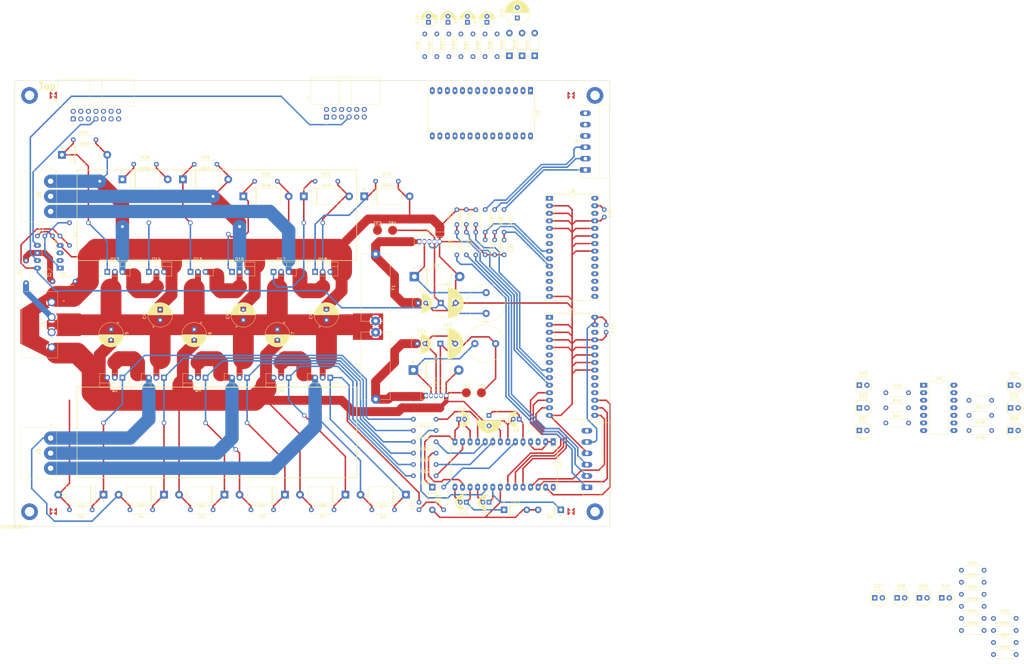
<source format=kicad_pcb>
(kicad_pcb (version 20221018) (generator pcbnew)
  (layers (0 "F.Cu" signal) (31 "B.Cu" signal) (34 "B.Paste" user) (35 "F.Paste" user) (36 "B.SilkS" user "B.Silkscreen") (37 "F.SilkS" user "F.Silkscreen") (38 "B.Mask" user) (39 "F.Mask" user) (44 "Edge.Cuts" user))
  (net 0 "")
  (net 1 "Net-(U1-VIN)")
  (net 2 "GND")
  (net 3 "+5V")
  (net 4 "/attiny13/{slash}RESET")
  (net 5 "+24V")
  (net 6 "+15V")
  (net 7 "Net-(D9-K)")
  (net 8 "/MotorMagic_R/B_OUT")
  (net 9 "Net-(U5-A1)")
  (net 10 "Net-(D10-K)")
  (net 11 "/MotorMagic_R/G_OUT")
  (net 12 "Net-(D11-K)")
  (net 13 "/MotorMagic_R/Y_OUT")
  (net 14 "Net-(U5-A0)")
  (net 15 "Net-(U8-A1)")
  (net 16 "Net-(D13-K)")
  (net 17 "/MotorMagic_L/G_OUT")
  (net 18 "Net-(D12-K)")
  (net 19 "/MotorMagic_L/B_OUT")
  (net 20 "Net-(U5-A2)")
  (net 21 "Net-(D14-K)")
  (net 22 "/MotorMagic_L/Y_OUT")
  (net 23 "Net-(U4-VIN)")
  (net 24 "Net-(U8-A2)")
  (net 25 "Net-(U8-A0)")
  (net 26 "Net-(D1-K)")
  (net 27 "/MotorMagic_R/bridge2/B_H")
  (net 28 "/MotorMagic_R/bridge2/B_L")
  (net 29 "/MotorMagic_R/bridge2/G_H")
  (net 30 "Net-(D5-K)")
  (net 31 "/MotorMagic_R/bridge2/G_L")
  (net 32 "/MotorMagic_R/bridge2/Y_H")
  (net 33 "/MotorMagic_R/bridge2/Y_L")
  (net 34 "/MotorMagic_L/bridge2/B_H")
  (net 35 "/MotorMagic_L/bridge2/B_L")
  (net 36 "/MotorMagic_L/bridge2/G_H")
  (net 37 "/MotorMagic_L/bridge2/G_L")
  (net 38 "/MotorMagic_L/bridge2/Y_H")
  (net 39 "/MotorMagic_L/bridge2/Y_L")
  (net 40 "Net-(D21-A)")
  (net 41 "Net-(D22-A)")
  (net 42 "Net-(D23-A)")
  (net 43 "Net-(D24-A)")
  (net 44 "Net-(D25-A)")
  (net 45 "Net-(D26-A)")
  (net 46 "/ENABLE_R_REG")
  (net 47 "Net-(D27-A)")
  (net 48 "/ENABLE_L_REG")
  (net 49 "Net-(D28-A)")
  (net 50 "Net-(D29-A)")
  (net 51 "Net-(D30-A)")
  (net 52 "/MotorMagic_R/HAL1")
  (net 53 "/MotorMagic_R/HAL2")
  (net 54 "/MotorMagic_R/HAL3")
  (net 56 "/PWM_L_REG")
  (net 57 "/PWM_R_REG")
  (net 58 "/DIR_L_REG")
  (net 59 "/DIR_R_REG")
  (net 60 "/BAT_CHARGE_PWM")
  (net 61 "/MotorMagic_L/HAL1")
  (net 62 "/MotorMagic_L/HAL2")
  (net 63 "/MotorMagic_L/HAL3")
  (net 65 "/attiny13/Battery_Charge_PWM")
  (net 67 "/attiny13/SCK")
  (net 68 "/attiny13/MISO")
  (net 69 "Net-(U3-HO1)")
  (net 70 "Net-(U3-HO2)")
  (net 71 "Net-(U3-HO3)")
  (net 72 "Net-(U3-LO1)")
  (net 73 "Net-(U3-LO2)")
  (net 74 "Net-(U3-LO3)")
  (net 75 "Net-(U9-HO1)")
  (net 76 "Net-(U9-HO2)")
  (net 77 "Net-(U9-HO3)")
  (net 78 "Net-(U9-LO1)")
  (net 79 "Net-(U9-LO2)")
  (net 80 "Net-(U9-LO3)")
  (net 81 "Net-(R44-Pad2)")
  (net 82 "Net-(R45-Pad2)")
  (net 83 "Net-(R46-Pad2)")
  (net 84 "Net-(R47-Pad2)")
  (net 85 "Net-(R48-Pad2)")
  (net 86 "Net-(R49-Pad2)")
  (net 90 "/MotorMagic_R/bridgeDriver2/B_H_IN")
  (net 91 "/MotorMagic_R/bridgeDriver2/G_H_IN")
  (net 92 "/MotorMagic_R/bridgeDriver2/Y_H_IN")
  (net 93 "/MotorMagic_R/bridgeDriver2/B_L_IN")
  (net 94 "/MotorMagic_R/bridgeDriver2/G_L_IN")
  (net 95 "/MotorMagic_R/bridgeDriver2/Y_L_IN")
  (net 102 "/MotorMagic_L/bridgeDriver2/B_H_IN")
  (net 103 "/MotorMagic_L/bridgeDriver2/G_H_IN")
  (net 104 "/MotorMagic_L/bridgeDriver2/Y_H_IN")
  (net 105 "/MotorMagic_L/bridgeDriver2/B_L_IN")
  (net 106 "/MotorMagic_L/bridgeDriver2/G_L_IN")
  (net 107 "/MotorMagic_L/bridgeDriver2/Y_L_IN")
  (footprint "Inductor_THT:L_Radial_D12.5mm_P7.00mm_Fastron_09HCP" (layer "F.Cu") (at 181.92 110.49)
    (fp_text reference "L2")
    (fp_text value "150uH")
  )
  (footprint "Resistor_THT:R_Axial_DIN0207_L6.3mm_D2.5mm_P7.62mm_Horizontal" (layer "F.Cu") (at 165.1 13.97 90)
    (fp_text reference "R30")
    (fp_text value "30k")
  )
  (footprint "2022-lsd:Batteriebuchse" (layer "F.Cu") (at 39.73 96.52 -90)
    (fp_text reference "J4")
    (fp_text value "Batteriebuchse" hide)
  )
  (footprint "Resistor_THT:R_Axial_DIN0207_L6.3mm_D2.5mm_P7.62mm_Horizontal" (layer "F.Cu") (at 173.2 13.97 90)
    (fp_text reference "R32")
    (fp_text value "62")
  )
  (footprint "Package_DIP:DIP-28_W15.24mm_Socket_LongPads" (layer "F.Cu") (at 208.28 143.51 -90)
    (fp_text reference "U3")
    (fp_text value "IR2133")
  )
  (footprint "Package_TO_SOT_THT:TO-220-3_Vertical" (layer "F.Cu") (at 119.38 121.92 180)
    (fp_text reference "Q6")
    (fp_text value "IRFB3077" hide)
  )
  (footprint "Diode_THT:D_DO-201AD_P15.24mm_Horizontal" (layer "F.Cu") (at 161.29 119.38)
    (fp_text reference "D5")
    (fp_text value "1N5822")
  )
  (footprint "Resistor_THT:R_Axial_DIN0207_L6.3mm_D2.5mm_P7.62mm_Horizontal" (layer "F.Cu") (at 355.6 139.7 180)
    (fp_text reference "R49")
    (fp_text value "240")
  )
  (footprint "Resistor_THT:R_Axial_DIN0207_L6.3mm_D2.5mm_P7.62mm_Horizontal" (layer "F.Cu") (at 179.07 80.645 90)
    (fp_text reference "R17")
    (fp_text value "30k")
  )
  (footprint "Diode_THT:D_DO-41_SOD81_P7.62mm_Horizontal" (layer "F.Cu") (at 197.8 13.67 90)
    (fp_text reference "D13")
    (fp_text value "1N 4007")
  )
  (footprint "LED_THT:LED_D5.0mm" (layer "F.Cu") (at 311.15 124.46)
    (fp_text reference "D23")
    (fp_text value "LED")
  )
  (footprint "Capacitor_THT:CP_Radial_D6.3mm_P2.50mm" (layer "F.Cu") (at 162.6 110.49)
    (fp_text reference "C23")
    (fp_text value "100uF")
  )
  (footprint "Package_TO_SOT_THT:TO-220-3_Vertical" (layer "F.Cu") (at 114.3 86.36)
    (fp_text reference "Q17")
    (fp_text value "IRFB3077")
  )
  (footprint "Diode_THT:D_DO-41_SOD81_P7.62mm_Horizontal" (layer "F.Cu") (at 191.77 166.37)
    (fp_text reference "D10")
    (fp_text value "1N 4007")
  )
  (footprint "Resistor_THT:R_Axial_DIN0207_L6.3mm_D2.5mm_P7.62mm_Horizontal" (layer "F.Cu") (at 345.44 190.74)
    (fp_text reference "R21")
    (fp_text value "3k")
  )
  (footprint "Resistor_THT:R_Axial_DIN0207_L6.3mm_D2.5mm_P7.62mm_Horizontal" (layer "F.Cu") (at 40.005 89.535)
    (fp_text reference "R3")
    (fp_text value "5K6")
  )
  (footprint "Diode_THT:D_DO-41_SOD81_P7.62mm_Horizontal" (layer "F.Cu") (at 202.05 13.67 90)
    (fp_text reference "D14")
    (fp_text value "1N 4007")
  )
  (footprint "Resistor_THT:R_Axial_DIN0207_L6.3mm_D2.5mm_P7.62mm_Horizontal" (layer "F.Cu") (at 168.91 135.89 180)
    (fp_text reference "R14")
    (fp_text value "62")
  )
  (footprint "TestPoint:TestPoint_Pad_D3.0mm" (layer "F.Cu") (at 149.225 72.39)
    (fp_text reference "TP2")
    (fp_text value "TestPoint_Probe")
  )
  (footprint "Resistor_THT:R_Axial_DIN0207_L6.3mm_D2.5mm_P7.62mm_Horizontal" (layer "F.Cu") (at 345.44 206.94)
    (fp_text reference "R25")
    (fp_text value "3k")
  )
  (footprint "2022-lsd:Board_LST" (layer "F.Cu") (at 27.31 172.02)
    (fp_text reference "U100")
    (fp_text value "Board_LST")
    (fp_line (start 0 -150) (end 0 0) (stroke (width 0.1)) (layer "Edge.Cuts"))
    (fp_line (start 0 0) (end 200 0) (stroke (width 0.1)) (layer "Edge.Cuts"))
    (fp_line (start 200 -150) (end 0 -150) (stroke (width 0.1)) (layer "Edge.Cuts"))
    (fp_line (start 200 0) (end 200 -150) (stroke (width 0.1)) (layer "Edge.Cuts"))
  )
  (footprint "Resistor_THT:R_Axial_DIN0207_L6.3mm_D2.5mm_P7.62mm_Horizontal" (layer "F.Cu") (at 45.72 69.85 -90)
    (fp_text reference "R1")
    (fp_text value "10K")
  )
  (footprint "Resistor_THT:R_Axial_DIN0207_L6.3mm_D2.5mm_P7.62mm_Horizontal" (layer "F.Cu") (at 185.42 65.405 -90)
    (fp_text reference "R28")
    (fp_text value "30k")
  )
  (footprint "Capacitor_THT:CP_Radial_D5.0mm_P2.00mm" (layer "F.Cu") (at 176.53 135.895)
    (fp_text reference "C14")
    (fp_text value "1uF")
  )
  (footprint "Resistor_THT:R_Axial_DIN0207_L6.3mm_D2.5mm_P7.62mm_Horizontal" (layer "F.Cu") (at 46.99 41.91)
    (fp_text reference "R37")
    (fp_text value "47K")
  )
  (footprint "LED_THT:LED_D5.0mm" (layer "F.Cu") (at 361.95 139.7)
    (fp_text reference "D26")
    (fp_text value "LED")
  )
  (footprint "LED_THT:LED_D5.0mm" (layer "F.Cu") (at 361.95 124.46)
    (fp_text reference "D24")
    (fp_text value "LED")
  )
  (footprint "Package_TO_SOT_THT:TO-220-3_Vertical" (layer "F.Cu") (at 128.27 86.36)
    (fp_text reference "Q18")
    (fp_text value "IRFB3077")
  )
  (footprint "Capacitor_THT:CP_Radial_D5.0mm_P2.00mm" (layer "F.Cu") (at 166.35 2.410225 90)
    (fp_text reference "C18")
    (fp_text value "1uF")
  )
  (footprint "Capacitor_THT:C_Disc_D3.0mm_W1.6mm_P2.50mm" (layer "F.Cu") (at 163.195 166.33 90)
    (fp_text reference "C22")
    (fp_text value "100nF")
  )
  (footprint "Package_TO_SOT_THT:TO-220-3_Vertical" (layer "F.Cu") (at 58.42 86.36)
    (fp_text reference "Q13")
    (fp_text value "IRFB3077")
  )
  (footprint "2022-lsd:Motorbuchse" (layer "F.Cu") (at 39.37 142.24 -90)
    (fp_text reference "J3")
    (fp_text value "Motorbuchse" hide)
  )
  (footprint "Capacitor_THT:C_Disc_D6.0mm_W2.5mm_P5.00mm" (layer "F.Cu") (at 179.07 70.405 90)
    (fp_text reference "C11")
    (fp_text value "1.8nF")
  )
  (footprint "Resistor_THT:R_Axial_DIN0207_L6.3mm_D2.5mm_P7.62mm_Horizontal" (layer "F.Cu") (at 171.45 166.37 90)
    (fp_text reference "R10")
    (fp_text value "30k")
  )
  (footprint "Package_DIP:DIP-28_W15.24mm_Socket_LongPads" (layer "F.Cu") (at 207.01 101.6)
    (fp_text reference "U5")
    (fp_text value "AT28C64B")
  )
  (footprint "Resistor_THT:R_Axial_DIN0207_L6.3mm_D2.5mm_P7.62mm_Horizontal" (layer "F.Cu") (at 128.27 55.88)
    (fp_text reference "R41")
    (fp_text value "47K")
  )
  (footprint "Diode_THT:D_DO-41_SOD81_P7.62mm_Horizontal" (layer "F.Cu") (at 210.82 166.37 180)
    (fp_text reference "D9")
    (fp_text value "1N 4007")
  )
  (footprint "Capacitor_THT:C_Disc_D6.0mm_W2.5mm_P5.00mm" (layer "F.Cu") (at 188.595 75.605 -90)
    (fp_text reference "C17")
    (fp_text value "1.8nF")
  )
  (footprint "Resistor_THT:R_Axial_DIN0207_L6.3mm_D2.5mm_P7.62mm_Horizontal" (layer "F.Cu") (at 154.94 166.37 180)
    (fp_text reference "R6")
    (fp_text value "47K")
  )
  (footprint "Capacitor_THT:CP_Radial_D8.0mm_P3.50mm" (layer "F.Cu") (at 115.57 105.72 -90)
    (fp_text reference "C7")
    (fp_text value "C_Polarized 47u")
  )
  (footprint "Connector_IDC:IDC-Header_2x06_P2.54mm_Horizontal" (layer "F.Cu") (at 132.08 34.29 90)
    (fp_text reference "J7")
    (fp_text value "AVR-ISP-10")
  )
  (footprint "Capacitor_THT:CP_Radial_D8.0mm_P3.50mm" (layer "F.Cu") (at 59.69 105.72 -90)
    (fp_text reference "C5")
    (fp_text value "C_Polarized 47u")
  )
  (footprint "Diode_THT:D_DO-201_P15.24mm_Horizontal" (layer "F.Cu") (at 138.43 161.29 180)
    (fp_text reference "D8")
    (fp_text value "ZD_5W 18V")
  )
  (footprint "Capacitor_THT:C_Disc_D3.0mm_W1.6mm_P2.50mm" (layer "F.Cu") (at 42.525 74.295 180)
    (fp_text reference "C4")
    (fp_text value "100n")
  )
  (footprint "Package_TO_SOT_THT:TO-220-3_Vertical" (layer "F.Cu") (at 100.33 86.36)
    (fp_text reference "Q16")
    (fp_text value "IRFB3077")
  )
  (footprint "Diode_THT:D_DO-201_P15.24mm_Horizontal" (layer "F.Cu") (at 97.79 161.29 180)
    (fp_text reference "D6")
    (fp_text value "ZD_5W 18V")
  )
  (footprint "Resistor_THT:R_Axial_DIN0207_L6.3mm_D2.5mm_P7.62mm_Horizontal" (layer "F.Cu") (at 134.62 166.37 180)
    (fp_text reference "R7")
    (fp_text value "47K")
  )
  (footprint "Resistor_THT:R_Axial_DIN0207_L6.3mm_D2.5mm_P7.62mm_Horizontal" (layer "F.Cu") (at 168.91 139.7 180)
    (fp_text reference "R11")
    (fp_text value "62")
  )
  (footprint "Inductor_THT:L_Radial_D12.5mm_P7.00mm_Fastron_09HCP" (layer "F.Cu") (at 185.73 93.33 -90)
    (fp_text reference "L1")
    (fp_text value "150uH")
  )
  (footprint "Capacitor_THT:C_Disc_D3.0mm_W1.6mm_P2.50mm" (layer "F.Cu") (at 34.945 74.295)
    (fp_text reference "C3")
    (fp_text value "100n")
  )
  (footprint "Capacitor_THT:CP_Radial_D8.0mm_P3.50mm" (layer "F.Cu") (at 196.2 0.955302 90)
    (fp_text reference "C36")
    (fp_text value "47uF")
  )
  (footprint "LED_THT:LED_D5.0mm" (layer "F.Cu") (at 316.34 195.99)
    (fp_text reference "D27")
    (fp_text value "LED")
  )
  (footprint "Diode_THT:D_DO-201_P15.24mm_Horizontal" (layer "F.Cu") (at 144.78 60.96)
    (fp_text reference "D20")
    (fp_text value "ZD_5W 18V")
  )
  (footprint "Resistor_THT:R_Axial_DIN0207_L6.3mm_D2.5mm_P7.62mm_Horizontal" (layer "F.Cu") (at 177.25 13.97 90)
    (fp_text reference "R33")
    (fp_text value "62")
  )
  (footprint "Fuse:Fuseholder_Cylinder-5x20mm_Schurter_0031_8201_Horizontal_Open" (layer "F.Cu") (at 148.59 129.18 90)
    (fp_text reference "F2")
    (fp_text value "Fuse 1A")
  )
  (footprint "Resistor_THT:R_Axial_DIN0207_L6.3mm_D2.5mm_P7.62mm_Horizontal" (layer "F.Cu") (at 175.895 80.645 90)
    (fp_text reference "R26")
    (fp_text value "30k")
  )
  (footprint "Capacitor_THT:CP_Radial_D5.0mm_P2.00mm" (layer "F.Cu") (at 172.9 2.410225 90)
    (fp_text reference "C19")
    (fp_text value "1uF")
  )
  (footprint "Connector_IDC:IDC-Header_2x07_P2.54mm_Horizontal" (layer "F.Cu") (at 46.99 34.9075 90)
    (fp_text reference "J5")
    (fp_text value "Conn_02x07_Odd_Even")
  )
  (footprint "Diode_THT:D_DO-41_SOD81_P7.62mm_Horizontal" (layer "F.Cu") (at 167.64 158.75 -90)
    (fp_text reference "D11")
    (fp_text value "1N 4007")
  )
  (footprint "Capacitor_THT:C_Disc_D6.0mm_W2.5mm_P5.00mm" (layer "F.Cu") (at 182.245 70.445 90)
    (fp_text reference "C20")
    (fp_text value "1.8nF")
  )
  (footprint "Capacitor_THT:C_Disc_D3.0mm_W1.6mm_P2.50mm" (layer "F.Cu") (at 225.425 65.425 -90)
    (fp_text reference "C32")
    (fp_text value "100nF")
  )
  (footprint "Package_TO_SOT_THT:TO-220-3_Vertical" (layer "F.Cu") (at 105.41 121.92 180)
    (fp_text reference "Q3" hide)
    (fp_text value "IRFB3077")
  )
  (footprint "Resistor_THT:R_Axial_DIN0207_L6.3mm_D2.5mm_P7.62mm_Horizontal" (layer "F.Cu") (at 181.3 13.97 90)
    (fp_text reference "R34")
    (fp_text value "62")
  )
  (footprint "Diode_THT:D_DO-201_P15.24mm_Horizontal" (layer "F.Cu") (at 57.15 161.29 180)
    (fp_text reference "D3")
    (fp_text value "ZD_5W 18V")
  )
  (footprint "Capacitor_THT:CP_Radial_D8.0mm_P3.50mm" (layer "F.Cu") (at 76.2 102.56 90)
    (fp_text reference "C41")
    (fp_text value "C_Polarized 47u")
  )
  (footprint "2022-lsd:Motorbuchse" (layer "F.Cu") (at 39.37 55.88 -90)
    (fp_text reference "J2")
    (fp_text value "Motorbuchse" hide)
  )
  (footprint "Resistor_THT:R_Axial_DIN0207_L6.3mm_D2.5mm_P7.62mm_Horizontal" (layer "F.Cu") (at 345.44 186.69)
    (fp_text reference "R20")
    (fp_text value "3k")
  )
  (footprint "Capacitor_THT:CP_Radial_D8.0mm_P3.50mm" (layer "F.Cu") (at 104.14 102.56 90)
    (fp_text reference "C40")
    (fp_text value "C_Polarized 47u")
  )
  (footprint "Package_TO_SOT_THT:TO-220-3_Vertical" (layer "F.Cu") (at 77.47 121.92 180)
    (fp_text reference "Q1" hide)
    (fp_text value "IRFB3077")
  )
  (footprint "Capacitor_THT:CP_Radial_D10.0mm_P5.00mm" (layer "F.Cu") (at 170.49 96.83)
    (fp_text reference "C2")
    (fp_text value "1000uF")
  )
  (footprint "Resistor_THT:R_Axial_DIN0207_L6.3mm_D2.5mm_P7.62mm_Horizontal" (layer "F.Cu") (at 67.31 50.165)
    (fp_text reference "R38")
    (fp_text value "47K")
  )
  (footprint "Diode_THT:D_DO-201_P15.24mm_Horizontal" (layer "F.Cu") (at 77.47 161.29 180)
    (fp_text reference "D2")
    (fp_text value "ZD_5W 18V")
  )
  (footprint "Diode_THT:D_DO-201_P15.24mm_Horizontal" (layer "F.Cu") (at 83.82 55.245)
    (fp_text reference "D17")
    (fp_text value "ZD_5W 18V")
  )
  (footprint "Package_TO_SOT_THT:TO-220-3_Vertical" (layer "F.Cu") (at 63.5 121.92 180)
    (fp_text reference "Q2")
    (fp_text value "IRFB3077" hide)
  )
  (footprint "Diode_THT:D_DO-201_P15.24mm_Horizontal" (layer "F.Cu") (at 43.18 46.99)
    (fp_text reference "D15")
    (fp_text value "ZD_5W 18V")
  )
  (footprint "Fuse:Fuseholder_Cylinder-5x20mm_Schurter_0031_8201_Horizontal_Open" (layer "F.Cu") (at 148.59 80.37 -90)
    (fp_text reference "F1")
    (fp_text value "Fuse 1A")
  )
  (footprint "Diode_THT:D_DO-201_P15.24mm_Horizontal" (layer "F.Cu") (at 158.75 161.29 180)
    (fp_text reference "D7")
    (fp_text value "ZD_5W 18V")
  )
  (footprint "Resistor_THT:R_Axial_DIN0207_L6.3mm_D2.5mm_P7.62mm_Horizontal" (layer "F.Cu") (at 168.91 143.51 180)
    (fp_text reference "R15")
    (fp_text value "62")
  )
  (footprint "Package_DIP:DIP-28_W15.24mm_Socket_LongPads" (layer "F.Cu") (at 207.01 61.595)
    (fp_text reference "U8")
    (fp_text value "AT28C64B")
  )
  (footprint "Resistor_THT:R_Axial_DIN0207_L6.3mm_D2.5mm_P7.62mm_Horizontal" (layer "F.Cu") (at 31.115 90.17 90)
    (fp_text reference "R2")
    (fp_text value "30K")
  )
  (footprint "Package_TO_SOT_THT:TO-220-3_Vertical" (layer "F.Cu") (at 91.44 121.92 180)
    (fp_text reference "Q4")
    (fp_text value "IRFB3077" hide)
  )
  (footprint "Package_TO_SOT_THT:TO-220-5_Vertical" (layer "F.Cu") (at 163.28 76.185)
    (fp_text reference "U1")
    (fp_text value "LM2576S-5")
  )
  (footprint "Package_DIP:DIP-8_W7.62mm_LongPads" (layer "F.Cu") (at 42.56 85.08 180)
    (fp_text reference "U2")
    (fp_text value "ATtiny13-20P")
  )
  (footprint "Resistor_THT:R_Axial_DIN0207_L6.3mm_D2.5mm_P7.62mm_Horizontal" (layer "F.Cu") (at 185.35 13.97 90)
    (fp_text reference "R35")
    (fp_text value "62")
  )
  (footprint "TestPoint:TestPoint_Pad_D3.0mm" (layer "F.Cu") (at 184.15 127)
    (fp_text reference "TP4")
    (fp_text value "TestPoint_Probe")
  )
  (footprint "Resistor_THT:R_Axial_DIN0207_L6.3mm_D2.5mm_P7.62mm_Horizontal" (layer "F.Cu") (at 356.21 202.89)
    (fp_text reference "R50")
    (fp_text value "240")
  )
  (footprint "LED_THT:LED_D5.0mm" (layer "F.Cu") (at 311.15 139.7)
    (fp_text reference "D21")
    (fp_text value "LED")
  )
  (footprint "Capacitor_THT:CP_Radial_D5.0mm_P2.00mm" (layer "F.Cu") (at 196.85 135.895 180)
    (fp_text reference "C8")
    (fp_text value "10uF")
  )
  (footprint "Resistor_THT:R_Axial_DIN0207_L6.3mm_D2.5mm_P7.62mm_Horizontal" (layer "F.Cu") (at 73.66 166.37 180)
    (fp_text reference "R4")
    (fp_text value "47K")
  )
  (footprint "LED_THT:LED_D5.0mm" (layer "F.Cu") (at 311.15 132.08)
    (fp_text reference "D22")
    (fp_text value "LED")
  )
  (footprint "Capacitor_THT:CP_Radial_D8.0mm_P3.50mm" (layer "F.Cu") (at 132.08 102.56 90)
    (fp_text reference "C42")
    (fp_text value "C_Polarized 47u")
  )
  (footprint "Capacitor_THT:CP_Radial_D5.0mm_P2.00mm" (layer "F.Cu") (at 179.45 2.410225 90)
    (fp_text reference "C21")
    (fp_text value "1uF")
  )
  (footprint "Capacitor_THT:CP_Radial_D8.0mm_P3.50mm" (layer "F.Cu") (at 186.69 134.625 -90)
    (fp_text reference "C9")
    (fp_text value "47uF")
  )
  (footprint "Connector_Phoenix_MC:PhoenixContact_MC_1,5_6-G-3.81_1x06_P3.81mm_Horizontal" (layer "F.Cu") (at 219.5715 158.822 90)
    (fp_text reference "J1")
    (fp_text value "Sensorbuchse")
  )
  (footprint "Capacitor_THT:C_Disc_D6.0mm_W2.5mm_P5.00mm" (layer "F.Cu") (at 185.42 75.605 -90)
    (fp_text reference "C24")
    (fp_text value "1.8nF")
  )
  (footprint "Resistor_THT:R_Axial_DIN0207_L6.3mm_D2.5mm_P7.62mm_Horizontal" (layer "F.Cu") (at 356.21 215.04)
    (fp_text reference "R53")
    (fp_text value "240")
  )
  (footprint "Resistor_THT:R_Axial_DIN0207_L6.3mm_D2.5mm_P7.62mm_Horizontal" (layer "F.Cu") (at 188.595 65.405 -90)
    (fp_text reference "R18")
    (fp_text value "30k")
  )
  (footprint "LED_THT:LED_D5.0mm" (layer "F.Cu") (at 361.95 132.08)
    (fp_text reference "D25")
    (fp_text value "LED")
  )
  (footprint "Capacitor_THT:CP_Radial_D8.0mm_P3.50mm" (layer "F.Cu") (at 87.63 105.72 -90)
    (fp_text reference "C6")
    (fp_text value "C_Polarized 47u")
  )
  (footprint "Diode_THT:D_DO-41_SOD81_P7.62mm_Horizontal" (layer "F.Cu") (at 193.55 13.67 90)
    (fp_text reference "D12")
    (fp_text value "1N 4007")
  )
  (footprint "Resistor_THT:R_Axial_DIN0207_L6.3mm_D2.5mm_P7.62mm_Horizontal" (layer "F.Cu") (at 345.44 198.84)
    (fp_text reference "R23")
    (fp_text value "3k")
  )
  (footprint "Resistor_THT:R_Axial_DIN0207_L6.3mm_D2.5mm_P7.62mm_Horizontal" (layer "F.Cu") (at 168.91 154.94 180)
    (fp_text reference "R13")
    (fp_text value "62")
  )
  (footprint "Resistor_THT:R_Axial_DIN0207_L6.3mm_D2.5mm_P7.62mm_Horizontal" (layer "F.Cu") (at 114.3 166.37 180)
    (fp_text reference "R9")
    (fp_text value "47K")
  )
  (footprint "Diode_THT:D_DO-201_P15.24mm_Horizontal" (layer "F.Cu") (at 104.14 60.96)
    (fp_text reference "D18")
    (fp_text value "ZD_5W 18V")
  )
  (footprint "Resistor_THT:R_Axial_DIN0207_L6.3mm_D2.5mm_P7.62mm_Horizontal" (layer "F.Cu") (at 168.91 151.13 180)
    (fp_text reference "R16")
    (fp_text value "62")
  )
  (footprint "Resistor_THT:R_Axial_DIN0207_L6.3mm_D2.5mm_P7.62mm_Horizontal" (layer "F.Cu") (at 356.21 210.99)
    (fp_text reference "R52")
    (fp_text value "240")
  )
  (footprint "Package_TO_SOT_THT:TO-220-3_Vertical" (layer "F.Cu") (at 86.36 86.36)
    (fp_text reference "Q15")
    (fp_text value "IRFB3077")
  )
  (footprint "Package_DIP:DIP-28_W15.24mm_Socket_LongPads" (layer "F.Cu") (at 200.66 25.4 -90)
    (fp_text reference "U9")
    (fp_text value "IR2133")
  )
  (footprint "Capacitor_THT:CP_Radial_D5.0mm_P2.00mm" (layer "F.Cu") (at 186 2.410225 90)
    (fp_text reference "C35")
    (fp_text value "10uF")
  )
  (footprint "Resistor_THT:R_Axial_DIN0207_L6.3mm_D2.5mm_P7.62mm_Horizontal" (layer "F.Cu") (at 345.44 194.79)
    (fp_text reference "R22")
    (fp_text value "3k")
  )
  (footprint "Resistor_THT:R_Axial_DIN0207_L6.3mm_D2.5mm_P7.62mm_Horizontal" (layer "F.Cu") (at 87.63 50.165)
    (fp_text reference "R39")
    (fp_text value "47K")
  )
  (footprint "Connector_Phoenix_MC:PhoenixContact_MC_1,5_6-G-3.81_1x06_P3.81mm_Horizontal" (layer "F.Cu") (at 219.075 52.07 90)
    (fp_text reference "J6")
    (fp_text value "Sensorbuchse")
  )
  (footprint "Capacitor_THT:C_Disc_D6.0mm_W2.5mm_P5.00mm" (layer "F.Cu") (at 175.895 70.445 90)
    (fp_text reference "C15")
    (fp_text value "1.8nF")
  )
  (footprint "Capacitor_THT:CP_Radial_D5.0mm_P2.00mm" (layer "F.Cu") (at 186.69 163.835 180)
    (fp_text reference "C10")
    (fp_text value "1uF")
  )
  (footprint "Resistor_THT:R_Axial_DIN0207_L6.3mm_D2.5mm_P7.62mm_Horizontal" (layer "F.Cu") (at 189.4 13.97 90)
    (fp_text reference "R36")
    (fp_text value "62")
  )
  (footprint "Resistor_THT:R_Axial_DIN0207_L6.3mm_D2.5mm_P7.62mm_Horizontal" (layer "F.Cu") (at 169.15 13.97 90)
    (fp_text reference "R31")
    (fp_text value "62")
  )
  (footprint "Package_DIP:DIP-14_W10.16mm_LongPads" (layer "F.Cu") (at 332.74 124.46)
    (fp_text reference "U6")
    (fp_text value "74HC14")
  )
  (footprint "Resistor_THT:R_Axial_DIN0207_L6.3mm_D2.5mm_P7.62mm_Horizontal" (layer "F.Cu") (at 53.34 166.37 180)
    (fp_text reference "R8")
    (fp_text value "47K")
  )
  (footprint "LED_THT:LED_D5.0mm" (layer "F.Cu") (at 338.84 195.99)
    (fp_text reference "D30")
    (fp_text value "LED")
  )
  (footprint "LED_THT:LED_D5.0mm" (layer "F.Cu") (at 323.84 195.99)
    (fp_text reference "D28")
    (fp_text value "LED")
  )
  (footprint "Resistor_THT:R_Axial_DIN0207_L6.3mm_D2.5mm_P7.62mm_Horizontal" (layer "F.Cu") (at 320.04 127)
    (fp_text reference "R46")
    (fp_text value "240")
  )
  (footprint "Resistor_THT:R_Axial_DIN0207_L6.3mm_D2.5mm_P7.62mm_Horizontal" (layer "F.Cu") (at 148.59 55.88)
    (fp_text reference "R42")
    (fp_text value "47K")
  )
  (footprint "Capacitor_THT:C_Disc_D6.0mm_W2.5mm_P5.00mm" (layer "F.Cu") (at 191.77 75.645 -90)
    (fp_text reference "C31")
    (fp_text value "1.8nF")
  )
  (footprint "Resistor_THT:R_Axial_DIN0207_L6.3mm_D2.5mm_P7.62mm_Horizontal" (layer "F.Cu") (at 320.04 132.08)
    (fp_text reference "R45")
    (fp_text value "240")
  )
  (footprint "Resistor_THT:R_Axial_DIN0207_L6.3mm_D2.5mm_P7.62mm_Horizontal" (layer "F.Cu") (at 345.44 202.89)
    (fp_text reference "R24")
    (fp_text value "3k")
  )
  (footprint "Capacitor_THT:CP_Radial_D6.3mm_P2.50mm" (layer "F.Cu") (at 162.91 96.83)
    (fp_text reference "C1")
    (fp_text value "100uF")
  )
  (footprint "Resistor_THT:R_Axial_DIN0207_L6.3mm_D2.5mm_P7.62mm_Horizontal" (layer "F.Cu") (at 356.21 206.94)
    (fp_text reference "R51")
    (fp_text value "240")
  )
  (footprint "TestPoint:TestPoint_Pad_D3.0mm" (layer "F.Cu") (at 179.07 127)
    (fp_text reference "TP3")
    (fp_text value "TestPoint_Probe")
  )
  (footprint "Capacitor_THT:C_Disc_D3.0mm_W1.6mm_P2.50mm" (layer "F.Cu") (at 226.06 104.14 -90)
    (fp_text reference "C16")
    (fp_text value "100nF")
  )
  (footprint "Resistor_THT:R_Axial_DIN0207_L6.3mm_D2.5mm_P7.62mm_Horizontal" (layer "F.Cu") (at 355.6 134.62 180)
    (fp_text reference "R48")
    (fp_text value "240")
  )
  (footprint "Diode_THT:D_DO-201_P15.24mm_Horizontal" (layer "F.Cu") (at 118.11 161.29 180)
    (fp_text reference "D4")
    (fp_text value "ZD_5W 18V")
  )
  (footprint "Package_TO_SOT_THT:TO-220-5_Vertical" (layer "F.Cu") (at 165.51 127.945)
    (fp_text reference "U4")
    (fp_text value "LM2576T-15")
  )
  (footprint "Resistor_THT:R_Axial_DIN0207_L6.3mm_D2.5mm_P7.62mm_Horizontal" (layer "F.Cu") (at 168.91 147.32 180)
    (fp_text reference "R12")
    (fp_text value "62")
  )
  (footprint "Capacitor_THT:CP_Radial_D5.0mm_P2.00mm" (layer "F.Cu") (at 179.07 163.835 180)
    (fp_text reference "C13")
    (fp_text value "1uF")
  )
  (footprint "Resistor_THT:R_Axial_DIN0207_L6.3mm_D2.5mm_P7.62mm_Horizontal" (layer "F.Cu") (at 93.98 166.37 180)
    (fp_text reference "R5")
    (fp_text value "47K")
  )
  (footprint "Diode_THT:D_DO-201_P15.24mm_Horizontal" (layer "F.Cu") (at 63.5 55.245)
    (fp_text reference "D16")
    (fp_text value "ZD_5W 18V")
  )
  (footprint "Capacitor_THT:CP_Radial_D10.0mm_P5.00mm" (layer "F.Cu") (at 170.352323 110.49)
    (fp_text reference "C12")
    (fp_text value "1000uF")
  )
  (footprint "Package_TO_SOT_THT:TO-220-3_Vertical" (layer "F.Cu") (at 133.35 121.92 180)
    (fp_text reference "Q5")
    (fp_text value "IRFB3077")
  )
  (footprint "Resistor_THT:R_Axial_DIN0207_L6.3mm_D2.5mm_P7.62mm_Horizontal" (layer "F.Cu") (at 191.77 65.405 -90)
    (fp_text reference "R27")
    (fp_text value "30k")
  )
  (footprint "Resistor_THT:R_Axial_DIN0207_L6.3mm_D2.5mm_P7.62mm_Horizontal" (layer "F.Cu") (at 320.04 137.16)
    (fp_text reference "R44")
    (fp_text value "240")
  )
  (footprint "Resistor_THT:R_Axial_DIN0207_L6.3mm_D2.5mm_P7.62mm_Horizontal" (layer "F.Cu") (at 107.95 55.88)
    (fp_text reference "R40")
    (fp_text value "47K")
  )
  (footprint "Resistor_THT:R_Axial_DIN0207_L6.3mm_D2.5mm_P7.62mm_Horizontal" (layer "F.Cu") (at 182.245 80.645 90)
    (fp_text reference "R19")
    (fp_text value "30k")
  )
  (footprint "Resistor_THT:R_Axial_DIN0207_L6.3mm_D2.5mm_P7.62mm_Horizontal" (layer "F.Cu") (at 355.6 129.54 180)
    (fp_text reference "R47")
    (fp_text value "240")
  )
  (footprint "LED_THT:LED_D5.0mm" (layer "F.Cu") (at 331.34 195.99)
    (fp_text reference "D29")
    (fp_text value "LED")
  )
  (footprint "TestPoint:TestPoint_Pad_D3.0mm" (layer "F.Cu") (at 154.305 72.39)
    (fp_text reference "TP1")
    (fp_text value "TestPoint_Probe")
  )
  (footprint "Diode_THT:D_DO-201AD_P15.24mm_Horizontal" (layer "F.Cu") (at 161.6 87.94)
    (fp_text reference "D1")
    (fp_text value "1N5822")
  )
  (footprint "Package_TO_SOT_THT:TO-220-3_Vertical" (layer "F.Cu") (at 72.39 86.36)
    (fp_text reference "Q14")
    (fp_text value "IRFB3077")
  )
  (footprint "Diode_THT:D_DO-201_P15.24mm_Horizontal" (layer "F.Cu") (at 124.46 60.96)
    (fp_text reference "D19")
    (fp_text value "ZD_5W 18V")
  )
  (gr_rect (start 48.26 52.07) (end 142.24 82.55) (stroke (width 0.2)) (fill none) (layer "F.SilkS"))
  (gr_rect (start 48.26 125.095) (end 142.24 155.575) (stroke (width 0.2)) (fill none) (layer "F.SilkS"))
  (segment (start 163.28 76.185) (end 160.655 76.185) (width 1.5) (layer "F.Cu") (net 1))
  (segment (start 160.64 76.2) (end 160.655 76.185) (width 3) (layer "F.Cu") (net 1))
  (segment (start 154.94 87.63) (end 154.94 93.98) (width 3) (layer "F.Cu") (net 1))
  (segment (start 148.59 81.28) (end 154.94 87.63) (width 3) (layer "F.Cu") (net 1))
  (segment (start 160.655 76.185) (end 160.15 76.69) (width 0.508) (layer "F.Cu") (net 1))
  (segment (start 148.59 81.28) (end 148.59 77.47) (width 3) (layer "F.Cu") (net 1))
  (segment (start 149.86 76.2) (end 160.64 76.2) (width 3) (layer "F.Cu") (net 1))
  (segment (start 154.94 93.98) (end 157.6236 96.6636) (width 3) (layer "F.Cu") (net 1))
  (segment (start 148.59 77.47) (end 149.86 76.2) (width 3) (layer "F.Cu") (net 1))
  (segment (start 157.6236 96.6636) (end 162.7036 96.6636) (width 3) (layer "F.Cu") (net 1))
  (segment (start 162.7036 96.6636) (end 162.7036 96.83) (width 3) (layer "F.Cu") (net 1))
  (segment (start 162.91 76.555) (end 163.28 76.185) (width 0.508) (layer "F.Cu") (net 1))
  (segment (start 214.63 95.885) (end 214.63 80.645) (width 0.508) (layer "F.Cu") (net 2))
  (segment (start 124.46 78.74) (end 135.89 78.74) (width 7) (layer "F.Cu") (net 2))
  (segment (start 80.01 81.28) (end 80.01 83.82) (width 7) (layer "F.Cu") (net 2))
  (segment (start 111.76 116.685) (end 111.76 124.615) (width 4) (layer "F.Cu") (net 2))
  (segment (start 140.97 133.35) (end 139.065 131.445) (width 3) (layer "F.Cu") (net 2))
  (segment (start 40.025 74.295) (end 40.025 74.925) (width 0.508) (layer "F.Cu") (net 2))
  (segment (start 54.61 78.74) (end 52.07 81.28) (width 7) (layer "F.Cu") (net 2))
  (segment (start 214.63 107.95) (end 213.36 106.68) (width 0.508) (layer "F.Cu") (net 2))
  (segment (start 182.245 65.445) (end 179.11 65.445) (width 0.508) (layer "F.Cu") (net 2))
  (segment (start 36.4054 72.8346) (end 38.5646 72.8346) (width 0.508) (layer "F.Cu") (net 2))
  (segment (start 40.025 74.925) (end 42.56 77.46) (width 0.508) (layer "F.Cu") (net 2))
  (segment (start 179.07 65.405) (end 175.935 65.405) (width 0.508) (layer "F.Cu") (net 2))
  (segment (start 188.92 138.125) (end 190.5 139.705) (width 0.508) (layer "F.Cu") (net 2))
  (segment (start 215.9 79.375) (end 222.25 79.375) (width 0.508) (layer "F.Cu") (net 2))
  (segment (start 119.38 59.69) (end 119.38 60.96) (width 0.508) (layer "F.Cu") (net 2))
  (segment (start 107.95 83.665) (end 107.95 91.595) (width 4) (layer "F.Cu") (net 2))
  (segment (start 83.82 129.54) (end 82.55 130.81) (width 0.508) (layer "F.Cu") (net 2))
  (segment (start 214.63 70.485) (end 215.9 69.215) (width 0.508) (layer "F.Cu") (net 2))
  (segment (start 83.82 129.54) (end 83.82 124.46) (width 7) (layer "F.Cu") (net 2))
  (segment (start 170.18 73.56) (end 170.08 73.56) (width 0.508) (layer "F.Cu") (net 2))
  (segment (start 63.5 55.245) (end 67.31 51.435) (width 0.508) (layer "F.Cu") (net 2))
  (segment (start 165.1 110.49) (end 168.91 114.3) (width 0.508) (layer "F.Cu") (net 2))
  (segment (start 224.79 109.22) (end 222.25 109.22) (width 0.508) (layer "F.Cu") (net 2))
  (segment (start 214.63 73.025) (end 213.36 71.755) (width 0.508) (layer "F.Cu") (net 2))
  (segment (start 213.36 66.675) (end 207.01 66.675) (width 0.508) (layer "F.Cu") (net 2))
  (segment (start 179.07 127) (end 173.255 127) (width 0.508) (layer "F.Cu") (net 2))
  (segment (start 193.04 137.705) (end 193.04 143.51) (width 0.508) (layer "F.Cu") (net 2))
  (segment (start 214.63 75.565) (end 214.63 73.025) (width 0.508) (layer "F.Cu") (net 2))
  (segment (start 127 165.1) (end 123.19 161.29) (width 0.508) (layer "F.Cu") (net 2))
  (segment (start 215.9 111.76) (end 222.25 111.76) (width 0.508) (layer "F.Cu") (net 2))
  (segment (start 170.08 76.185) (end 170.08 73.56) (width 0.508) (layer "F.Cu") (net 2))
  (segment (start 137.16 80.01) (end 137.16 86.36) (width 7) (layer "F.Cu") (net 2))
  (segment (start 214.63 80.645) (end 214.63 78.105) (width 0.508) (layer "F.Cu") (net 2))
  (segment (start 214.63 118.11) (end 215.9 116.84) (width 0.508) (layer "F.Cu") (net 2))
  (segment (start 74.93 50.165) (end 74.93 51.435) (width 0.508) (layer "F.Cu") (net 2))
  (segment (start 127 166.37) (end 127 165.1) (width 0.508) (layer "F.Cu") (net 2))
  (segment (start 213.035 96.83) (end 214.63 98.425) (width 0.508) (layer "F.Cu") (net 2))
  (segment (start 214.63 107.95) (end 214.63 105.41) (width 0.508) (layer "F.Cu") (net 2))
  (segment (start 185.42 80.605) (end 188.595 80.605) (width 0.508) (layer "F.Cu") (net 2))
  (segment (start 226.06 106.64) (end 226.06 107.95) (width 0.508) (layer "F.Cu") (net 2))
  (segment (start 48.26 113.665) (end 41.275 113.665) (width 7) (layer "F.Cu") (net 2))
  (segment (start 214.63 65.405) (end 213.36 64.135) (width 0.508) (layer "F.Cu") (net 2))
  (segment (start 86.36 166.37) (end 86.36 165.1) (width 0.508) (layer "F.Cu") (net 2))
  (segment (start 156.21 55.88) (end 156.21 58.42) (width 0.508) (layer "F.Cu") (net 2))
  (segment (start 188.595 80.605) (end 191.73 80.605) (width 0.508) (layer "F.Cu") (net 2))
  (segment (start 207.07947 134.62) (end 207.01 134.62) (width 0.508) (layer "F.Cu") (net 2))
  (segment (start 55.88 129.54) (end 53.34 127) (width 7) (layer "F.Cu") (net 2))
  (segment (start 175.49 96.83) (end 213.035 96.83) (width 0.508) (layer "F.Cu") (net 2))
  (segment (start 172.95 99.37) (end 175.49 96.83) (width 0.508) (layer "F.Cu") (net 2))
  (segment (start 214.63 115.57) (end 214.63 113.03) (width 0.508) (layer "F.Cu") (net 2))
  (segment (start 163.195 160.655) (end 139.065 136.525) (width 0.508) (layer "F.Cu") (net 2))
  (segment (start 215.9 114.3) (end 222.25 114.3) (width 0.508) (layer "F.Cu") (net 2))
  (segment (start 219.5715 147.392) (end 219.5715 147.11203) (width 0.508) (layer "F.Cu") (net 2))
  (segment (start 214.63 120.65) (end 214.63 118.11) (width 0.508) (layer "F.Cu") (net 2))
  (segment (start 214.63 110.49) (end 215.9 109.22) (width 0.508) (layer "F.Cu") (net 2))
  (segment (start 55.88 124.615) (end 55.88 129.54) (width 7) (layer "F.Cu") (net 2))
  (segment (start 83.82 129.54) (end 107.95 129.54) (width 7) (layer "F.Cu") (net 2))
  (segment (start 107.95 129.54) (end 111.76 125.73) (width 7) (layer "F.Cu") (net 2))
  (segment (start 215.9 76.835) (end 222.25 76.835) (width 0.508) (layer "F.Cu") (net 2))
  (segment (start 214.63 113.03) (end 214.63 110.49) (width 0.508) (layer "F.Cu") (net 2))
  (segment (start 213.36 111.76) (end 214.63 113.03) (width 0.508) (layer "F.Cu") (net 2))
  (segment (start 82.55 130.81) (end 82.55 161.29) (width 0.508) (layer "F.Cu") (net 2))
  (segment (start 200.66 143.51) (end 200.66 144.78) (width 0.508) (layer "F.Cu") (net 2))
  (segment (start 107.95 78.74) (end 54.61 78.74) (width 7) (layer "F.Cu") (net 2))
  (segment (start 172.31 123.6) (end 172.31 127.945) (width 0.508) (layer "F.Cu") (net 2))
  (segment (start 214.63 67.945) (end 213.36 66.675) (width 0.508) (layer "F.Cu") (net 2))
  (segment (start 170.08 81.18) (end 170.08 76.185) (width 0.508) (layer "F.Cu") (net 2))
  (segment (start 176.84 87.94) (end 170.08 81.18) (width 0.508) (layer "F.Cu") (net 2))
  (segment (start 160.02 60.96) (end 160.02 68.58) (width 0.508) (layer "F.Cu") (net 2))
  (segment (start 215.9 119.38) (end 222.25 119.38) (width 0.508) (layer "F.Cu") (net 2))
  (segment (start 74.93 51.435) (end 78.74 55.245) (width 0.508) (layer "F.Cu") (net 2))
  (segment (start 172.31 129.95) (end 170.18 132.08) (width 1.5) (layer "F.Cu") (net 2))
  (segment (start 165.41 96.83) (end 167.95 99.37) (width 0.508) (layer "F.Cu") (net 2))
  (segment (start 173.255 127) (end 172.31 127.945) (width 0.508) (layer "F.Cu") (net 2))
  (segment (start 119.38 60.96) (end 119.38 74.93) (width 0.508) (layer "F.Cu") (net 2))
  (segment (start 170.18 132.08) (end 157.48 132.08) (width 3) (layer "F.Cu") (net 2))
  (segment (start 107.95 78.74) (end 107.95 83.665) (width 7) (layer "F.Cu") (net 2))
  (segment (start 137.16 92.71) (end 132.08 97.79) (width 4) (layer "F.Cu") (net 2))
  (segment (start 213.36 69.215) (end 207.01 69.215) (width 0.508) (layer "F.Cu") (net 2))
  (segment (start 213.36 64.135) (end 207.01 64.135) (width 0.508) (layer "F.Cu") (net 2))
  (segment (start 160.02 68.58) (end 167.64 68.58) (width 3) (layer "F.Cu") (net 2))
  (segment (start 34.945 74.295) (end 36.4054 72.8346) (width 0.508) (layer "F.Cu") (net 2))
  (segment (start 156.21 133.35) (end 140.97 133.35) (width 3) (layer "F.Cu") (net 2))
  (segment (start 55.88 129.54) (end 83.82 129.54) (width 7) (layer "F.Cu") (net 2))
  (segment (start 67.31 51.435) (end 67.31 50.165) (width 0.508) (layer "F.Cu") (net 2))
  (segment (start 83.82 116.685) (end 83.82 115.57) (width 4) (layer "F.Cu") (net 2))
  (segment (start 52.07 89.535) (end 46.99 94.615) (width 7) (layer "F.Cu") (net 2))
  (segment (start 146.05 68.58) (end 149.225 68.58) (width 3) (layer "F.Cu") (net 2))
  (segment (start 181 76.185) (end 170.08 76.185) (width 0.508) (layer "F.Cu") (net 2))
  (segment (start 204.47 146.05) (end 205.74 144.78) (width 0.508) (layer "F.Cu") (net 2))
  (segment (start 175.352323 110.49) (end 172.812323 107.95) (width 0.508) (layer "F.Cu") (net 2))
  (segment (start 111.76 116.685) (end 111.76 114.3) (width 4) (layer "F.Cu") (net 2))
  (segment (start 135.89 78.74) (end 137.16 80.01) (width 7) (layer "F.Cu") (net 2))
  (segment (start 42.56 77.46) (end 46.38 81.28) (width 0.508) (layer "F.Cu") (net 2))
  (segment (start 224.135 69.215) (end 225.425 67.925) (width 0.508) (layer "F.Cu") (net 2))
  (segment (start 205.74 144.78) (end 205.74 143.51) (width 0.508) (layer "F.Cu") (net 2))
  (segment (start 80.01 93.98) (end 76.2 97.79) (width 4) (layer "F.Cu") (net 2))
  (segment (start 157.48 132.08) (end 156.21 133.35) (width 3) (layer "F.Cu") (net 2))
  (segment (start 46.99 94.615) (end 41.275 94.615) (width 7) (layer "F.Cu") (net 2))
  (segment (start 214.63 70.485) (end 213.36 69.215) (width 0.508) (layer "F.Cu") (net 2))
  (segment (start 55.88 116.685) (end 55.88 115.57) (width 4) (layer "F.Cu") (net 2))
  (segment (start 222.25 69.215) (end 224.135 69.215) (width 0.508) (layer "F.Cu") (net 2))
  (segment (start 214.63 120.65) (end 215.9 119.38) (width 0.508) (layer "F.Cu") (net 2))
  (segment (start 175.49 89.29) (end 176.84 87.94) (width 0.508) (layer "F.Cu") (net 2))
  (segment (start 186.69 138.125) (end 188.92 138.125) (width 0.508) (layer "F.Cu") (net 2))
  (segment (start 55.88 114.3) (end 59.69 110.49) (width 4) (layer "F.Cu") (net 2))
  (segment (start 213.36 104.14) (end 207.01 104.14) (width 0.508) (layer "F.Cu") (net 2))
  (segment (start 214.63 78.105) (end 214.63 75.565) (width 0.508) (layer "F.Cu") (net 2))
  (segment (start 107.95 91.595) (end 107.95 93.98) (width 4) (layer "F.Cu") (net 2))
  (segment (start 149.225 68.58) (end 160.02 68.58) (width 3) (layer "F.Cu") (net 2))
  (segment (start 167.95 99.37) (end 172.95 99.37) (width 0.508) (layer "F.Cu") (net 2))
  (segment (start 191.73 80.605) (end 191.77 80.645) (width 0.508) (layer "F.Cu") (net 2))
  (segment (start 167.64 68.58) (end 170.18 71.12) (width 3) (layer "F.Cu") (net 2))
  (segment (start 139.065 131.445) (end 137.16 129.54) (width 3) (layer "F.Cu") (net 2))
  (segment (start 179.11 65.445) (end 179.07 65.405) (width 0.508) (layer "F.Cu") (net 2))
  (segment (start 175.935 65.405) (end 175.895 65.445) (width 0.508) (layer "F.Cu") (net 2))
  (segment (start 215.9 109.22) (end 222.25 109.22) (width 0.508) (layer "F.Cu") (net 2))
  (segment (start 45.72 165.1) (end 41.91 161.29) (width 0.508) (layer "F.Cu") (net 2))
  (segment (start 215.9 69.215) (end 222.25 69.215) (width 0.508) (layer "F.Cu") (net 2))
  (segment (start 215.9 71.755) (end 222.25 71.755) (width 0.508) (layer "F.Cu") (net 2))
  (segment (start 215.9 116.84) (end 222.25 116.84) (width 0.508) (layer "F.Cu") (net 2))
  (segment (start 214.63 130.81) (end 214.63 120.65) (width 0.508) (layer "F.Cu") (net 2))
  (segment (start 175.49 96.83) (end 175.49 89.29) (width 0.508) (layer "F.Cu") (net 2))
  (segment (start 213.36 71.755) (end 207.01 71.755) (width 0.508) (layer "F.Cu") (net 2))
  (segment (start 86.36 165.1) (end 82.55 161.29) (width 0.508) (layer "F.Cu") (net 2))
  (segment (start 205.74 143.51) (end 208.28 143.51) (width 0.508) (layer "F.Cu") (net 2))
  (segment (start 214.63 73.025) (end 214.63 70.485) (width 0.508) (layer "F.Cu") (net 2))
  (segment (start 53.34 118.745) (end 48.26 113.665) (width 7) (layer "F.Cu") (net 2))
  (segment (start 38.5646 72.8346) (end 40.025 74.295) (width 0.508) (layer "F.Cu") (net 2))
  (segment (start 123.19 140.97) (end 111.76 129.54) (width 0.508) (layer "F.Cu") (net 2))
  (segment (start 184.808156 136.525) (end 178.233156 129.95) (width 0.508) (layer "F.Cu") (net 2))
  (segment (start 214.63 101.6) (end 214.63 100.33) (width 0.508) (layer "F.Cu") (net 2))
  (segment (start 149.225 72.39) (end 149.225 68.58) (width 2) (layer "F.Cu") (net 2))
  (segment (start 214.63 100.33) (end 214.63 98.425) (width 0.508) (layer "F.Cu") (net 2))
  (segment (start 111.76 129.54) (end 107.95 129.54) (width 0.508) (layer "F.Cu") (net 2))
  (segment (start 107.95 93.98) (end 104.14 97.79) (width 4) (layer "F.Cu") (net 2))
  (segment (start 213.36 106.68) (end 207.01 106.68) (width 0.508) (layer "F.Cu") (net 2))
  (segment (start 55.88 129.54) (end 55.88 124.46) (width 7) (layer "F.Cu") (net 2))
  (segment (start 176.53 119.38) (end 172.31 123.6) (width 0.508) (layer "F.Cu") (net 2))
  (segment (start 178.233156 129.95) (end 172.31 129.95) (width 0.508) (layer "F.Cu") (net 2))
  (segment (start 191.77 136.525) (end 184.808156 136.525) (width 0.508) (layer "F.Cu") (net 2))
  (segment (start 83.82 116.685) (end 83.82 124.615) (width 4) (layer "F.Cu") (net 2))
  (segment (start 201.93 146.05) (end 204.47 146.05) (width 0.508) (layer "F.Cu") (net 2))
  (segment (start 113.03 78.74) (end 124.46 78.74) (width 7) (layer "F.Cu") (net 2))
  (segment (start 192.95 137.705) (end 191.77 136.525) (width 0.508) (layer "F.Cu") (net 2))
  (segment (start 210.82 134.62) (end 214.63 130.81) (width 0.508) (layer "F.Cu") (net 2))
  (segment (start 170.22 71.12) (end 170.18 71.12) (width 0.508) (layer "F.Cu") (net 2))
  (segment (start 185.42 80.605) (end 181 76.185) (width 0.508) (layer "F.Cu") (net 2))
  (segment (start 76.2 97.79) (end 76.2 98.2336) (width 4) (layer "F.Cu") (net 2))
  (segment (start 137.16 129.54) (end 107.95 129.54) (width 3) (layer "F.Cu") (net 2))
  (segment (start 47.625 89.535) (end 52.07 89.535) (width 0.508) (layer "F.Cu") (net 2))
  (segment (start 214.63 115.57) (end 215.9 114.3) (width 0.508) (layer "F.Cu") (net 2))
  (segment (start 137.16 83.665) (end 137.16 91.595) (width 4) (layer "F.Cu") (net 2))
  (segment (start 219.5715 147.11203) (end 207.07947 134.62) (width 0.508) (layer "F.Cu") (net 2))
  (segment (start 111.76 114.3) (end 115.57 110.49) (width 4) (layer "F.Cu") (net 2))
  (segment (start 83.82 114.3) (end 87.63 110.49) (width 4) (layer "F.Cu") (net 2))
  (segment (start 53.34 127) (end 53.34 118.745) (width 7) (layer "F.Cu") (net 2))
  (segment (start 111.76 125.73) (end 111.76 124.615) (width 7) (layer "F.Cu") (net 2))
  (segment (start 168.91 114.3) (end 168.91 127.945) (width 0.508) (layer "F.Cu") (net 2))
  (segment (start 214.63 113.03) (end 215.9 111.76) (width 0.508) (layer "F.Cu") (net 2))
  (segment (start 139.065 136.525) (end 139.065 131.445) (width 0.508) (layer "F.Cu") (net 2))
  (segment (start 214.63 110.49) (end 214.63 107.95) (width 0.508) (layer "F.Cu") (net 2))
  (segment (start 41.91 161.29) (end 45.72 157.48) (width 0.508) (layer "F.Cu") (net 2))
  (segment (start 156.21 58.42) (end 158.75 60.96) (width 0.508) (layer "F.Cu") (net 2))
  (segment (start 158.75 60.96) (end 160.02 60.96) (width 0.508) (layer "F.Cu") (net 2))
  (segment (start 193.04 137.705) (end 192.95 137.705) (width 0.508) (layer "F.Cu") (net 2))
  (segment (start 207.01 94.615) (end 213.36 94.615) (width 0.508) (layer "F.Cu") (net 2))
  (segment (start 135.89 78.74) (end 146.05 68.58) (width 3) (layer "F.Cu") (net 2))
  (segment (start 207.01 109.22) (end 213.36 109.22) (width 0.508) (layer "F.Cu") (net 2))
  (segment (start 55.88 116.685) (end 55.88 124.615) (width 4) (layer "F.Cu") (net 2))
  (segment (start 214.63 70.485) (end 214.63 67.945) (width 0.508) (layer "F.Cu") (net 2))
  (segment (start 190.5 139.705) (end 190.5 143.51) (width 0.508) (layer "F.Cu") (net 2))
  (segment (start 170.18 71.12) (end 170.18 73.56) (width 3) (layer "F.Cu") (net 2))
  (segment (start 214.63 80.645) (end 215.9 79.375) (width 0.508) (layer "F.Cu") (net 2))
  (segment (start 214.63 73.025) (end 215.9 71.755) (width 0.508) (layer "F.Cu") (net 2))
  (segment (start 115.57 55.88) (end 119.38 59.69) (width 0.508) (layer "F.Cu") (net 2))
  (segment (start 175.895 65.445) (end 170.22 71.12) (width 0.508) (layer "F.Cu") (net 2))
  (segment (start 55.88 115.57) (end 55.88 114.3) (width 4) (layer "F.Cu") (net 2))
  (segment (start 207.01 134.62) (end 210.82 134.62) (width 0.508) (layer "F.Cu") (net 2))
  (segment (start 83.82 115.57) (end 83.82 114.3) (width 4) (layer "F.Cu") (net 2))
  (segment (start 214.63 105.41) (end 213.36 104.14) (width 0.508) (layer "F.Cu") (net 2))
  (segment (start 80.01 83.665) (end 80.01 93.98) (width 4) (layer "F.Cu") (net 2))
  (segment (start 137.16 91.595) (end 137.16 92.71) (width 4) (layer "F.Cu") (net 2))
  (segment (start 214.63 105.41) (end 214.63 101.6) (width 0.508) (layer "F.Cu") (net 2))
  (segment (start 200.66 144.78) (end 201.93 146.05) (width 0.508) (layer "F.Cu") (net 2))
  (segment (start 46.38 81.28) (end 52.07 81.28) (width 0.508) (layer "F.Cu") (net 2))
  (segment (start 214.63 67.945) (end 214.63 65.405) (width 0.508) (layer "F.Cu") (net 2))
  (segment (start 45.72 157.48) (end 45.72 129.54) (width 0.508) (layer "F.Cu") (net 2))
  (segment (start 52.07 81.28) (end 52.07 89.535) (width 7) (layer "F.Cu") (net 2))
  (segment (start 167.64 107.95) (end 165.1 110.49) (width 0.508) (layer "F.Cu") (net 2))
  (segment (start 214.63 118.11) (end 214.63 115.57) (width 0.508) (layer "F.Cu") (net 2))
  (segment (start 214.63 78.105) (end 215.9 76.835) (width 0.508) (layer "F.Cu") (net 2))
  (segment (start 213.36 94.615) (end 214.63 95.885) (width 0.508) (layer "F.Cu") (net 2))
  (segment (start 213.36 109.22) (end 214.63 110.49) (width 0.508) (layer "F.Cu") (net 2))
  (segment (start 194.85 135.895) (end 193.04 137.705) (width 0.508) (layer "F.Cu") (net 2))
  (segment (start 123.19 140.97) (end 123.19 161.29) (width 0.508) (layer "F.Cu") (net 2))
  (segment (start 214.63 98.425) (end 214.63 95.885) (width 0.508) (layer "F.Cu") (net 2))
  (segment (start 172.31 127.945) (end 172.31 129.95) (width 1.5) (layer "F.Cu") (net 2))
  (segment (start 207.01 111.76) (end 213.36 111.76) (width 0.508) (layer "F.Cu") (net 2))
  (segment (start 107.95 78.74) (end 113.03 78.74) (width 7) (layer "F.Cu") (net 2))
  (segment (start 214.63 75.565) (end 215.9 74.295) (width 0.508) (layer "F.Cu") (net 2))
  (segment (start 215.9 74.295) (end 222.25 74.295) (width 0.508) (layer "F.Cu") (net 2))
  (segment (start 45.72 166.37) (end 45.72 165.1) (width 0.508) (layer "F.Cu") (net 2))
  (segment (start 226.06 107.95) (end 224.79 109.22) (width 0.508) (layer "F.Cu") (net 2))
  (segment (start 163.195 163.83) (end 163.195 160.655) (width 0.508) (layer "F.Cu") (net 2))
  (segment (start 172.812323 107.95) (end 167.64 107.95) (width 0.508) (layer "F.Cu") (net 2))
  (segment (start 166.68 77.593) (end 167.319 78.232) (width 0.508) (layer "B.Cu") (net 2))
  (segment (start 166.68 76.185) (end 166.68 77.593) (width 0.508) (layer "B.Cu") (net 2))
  (segment (start 168.656 78.232) (end 170.08 76.808) (width 0.508) (layer "B.Cu") (net 2))
  (segment (start 167.319 78.232) (end 168.656 78.232) (width 0.508) (layer "B.Cu") (net 2))
  (segment (start 170.08 76.808) (end 170.08 76.185) (width 0.508) (layer "B.Cu") (net 2))
  (segment (start 222.25 64.135) (end 224.135 64.135) (width 0.508) (layer "F.Cu") (net 3))
  (segment (start 224.79 101.6) (end 222.25 101.6) (width 0.508) (layer "F.Cu") (net 3))
  (segment (start 168.38 74.777) (end 168.38 76.185) (width 0.508) (layer "F.Cu") (net 3))
  (segment (start 165.695 163.83) (end 163.195 166.33) (width 0.508) (layer "F.Cu") (net 3))
  (segment (start 42.525 74.295) (end 40.1502 71.9202) (width 0.508) (layer "F.Cu") (net 3))
  (segment (start 34.7598 71.9202) (end 29.4546 77.2254) (width 0.508) (layer "F.Cu") (net 3))
  (segment (start 226.06 102.87) (end 224.79 101.6) (width 0.508) (layer "F.Cu") (net 3))
  (segment (start 40.1502 71.9202) (end 34.7598 71.9202) (width 0.508) (layer "F.Cu") (net 3))
  (segment (start 171.45 166.37) (end 168.91 163.83) (width 0.508) (layer "F.Cu") (net 3))
  (segment (start 29.4546 83.4296) (end 31.105 85.08) (width 0.508) (layer "F.Cu") (net 3))
  (segment (start 165.993 72.39) (end 168.38 74.777) (width 0.508) (layer "F.Cu") (net 3))
  (segment (start 222.25 104.14) (end 222.25 101.6) (width 0.508) (layer "F.Cu") (net 3))
  (segment (start 168.91 163.83) (end 165.695 163.83) (width 0.508) (layer "F.Cu") (net 3))
  (segment (start 168.38 94.72) (end 168.38 76.185) (width 0.508) (layer "F.Cu") (net 3))
  (segment (start 45.72 77.47) (end 45.7 77.47) (width 0.508) (layer "F.Cu") (net 3))
  (segment (start 154.305 72.39) (end 165.993 72.39) (width 0.508) (layer "F.Cu") (net 3))
  (segment (start 170.49 96.83) (end 168.38 94.72) (width 0.508) (layer "F.Cu") (net 3))
  (segment (start 224.135 64.135) (end 225.425 65.425) (width 0.508) (layer "F.Cu") (net 3))
  (segment (start 29.4546 77.2254) (end 29.4546 83.4296) (width 0.508) (layer "F.Cu") (net 3))
  (segment (start 45.7 77.47) (end 42.525 74.295) (width 0.508) (layer "F.Cu") (net 3))
  (segment (start 226.06 104.14) (end 226.06 102.87) (width 0.508) (layer "F.Cu") (net 3))
  (segment (start 31.105 85.08) (end 34.94 85.08) (width 0.508) (layer "F.Cu") (net 3))
  (segment (start 222.178 143.582) (end 222.885 142.875) (width 0.508) (layer "B.Cu") (net 3))
  (segment (start 170.49 96.83) (end 173.99 100.33) (width 0.508) (layer "B.Cu") (net 3))
  (segment (start 219.71 135.89) (end 219.71 105.41) (width 0.508) (layer "B.Cu") (net 3))
  (segment (start 220.98 104.14) (end 222.25 104.14) (width 0.508) (layer "B.Cu") (net 3))
  (segment (start 219.5715 143.582) (end 222.178 143.582) (width 0.508) (layer "B.Cu") (net 3))
  (segment (start 219.71 105.41) (end 220.98 104.14) (width 0.508) (layer "B.Cu") (net 3))
  (segment (start 41.114682 92.71) (end 131.445 92.71) (width 0.508) (layer "B.Cu") (net 3))
  (segment (start 131.445 92.71) (end 137.16 98.425) (width 0.508) (layer "B.Cu") (net 3))
  (segment (start 168.895 98.425) (end 170.49 96.83) (width 0.508) (layer "B.Cu") (net 3))
  (segment (start 137.16 98.425) (end 168.895 98.425) (width 0.508) (layer "B.Cu") (net 3))
  (segment (start 34.94 86.535318) (end 41.114682 92.71) (width 0.508) (layer "B.Cu") (net 3))
  (segment (start 173.99 100.33) (end 185.73 100.33) (width 0.508) (layer "B.Cu") (net 3))
  (segment (start 222.885 139.065) (end 219.71 135.89) (width 0.508) (layer "B.Cu") (net 3))
  (segment (start 222.885 142.875) (end 222.885 139.065) (width 0.508) (layer "B.Cu") (net 3))
  (segment (start 34.94 85.08) (end 34.94 86.535318) (width 0.508) (layer "B.Cu") (net 3))
  (segment (start 45.72 69.85) (end 41.89 69.85) (width 0.508) (layer "B.Cu") (net 4))
  (segment (start 41.89 69.85) (end 37.445 74.295) (width 0.508) (layer "B.Cu") (net 4))
  (segment (start 37.445 74.295) (end 37.445 79.965) (width 0.508) (layer "B.Cu") (net 4))
  (segment (start 37.445 79.965) (end 42.56 85.08) (width 0.508) (layer "B.Cu") (net 4))
  (segment (start 116.84 104.14) (end 104.14 104.14) (width 7) (layer "F.Cu") (net 5))
  (segment (start 60.96 104.14) (end 76.2 104.14) (width 7) (layer "F.Cu") (net 5))
  (segment (start 60.96 90.805) (end 59.69 92.075) (width 2) (layer "F.Cu") (net 5))
  (segment (start 132.08 104.14) (end 116.84 104.14) (width 7) (layer "F.Cu") (net 5))
  (segment (start 74.93 116.84) (end 76.2 115.57) (width 2) (layer "F.Cu") (net 5))
  (segment (start 59.69 92.075) (end 59.69 103.505) (width 7) (layer "F.Cu") (net 5))
  (segment (start 76.2 104.14) (end 76.2 115.57) (width 7) (layer "F.Cu") (net 5))
  (segment (start 139.52 104.14) (end 142.24 104.14) (width 7) (layer "F.Cu") (net 5))
  (segment (start 116.84 86.36) (end 116.84 90.805) (width 2) (layer "F.Cu") (net 5))
  (segment (start 116.84 90.805) (end 115.57 92.075) (width 2) (layer "F.Cu") (net 5))
  (segment (start 104.14 104.14) (end 88.9 104.14) (width 7) (layer "F.Cu") (net 5))
  (segment (start 87.63 92.075) (end 87.63 103.505) (width 7) (layer "F.Cu") (net 5))
  (segment (start 102.87 116.84) (end 104.14 115.57) (width 2) (layer "F.Cu") (net 5))
  (segment (start 74.93 121.92) (end 74.93 116.84) (width 2) (layer "F.Cu") (net 5))
  (segment (start 132.08 104.14) (end 132.08 115.57) (width 7) (layer "F.Cu") (net 5))
  (segment (start 45.72 104.14) (end 60.96 104.14) (width 7) (layer "F.Cu") (net 5))
  (segment (start 139.52 104.14) (end 132.08 104.14) (width 7) (layer "F.Cu") (net 5))
  (segment (start 60.96 86.36) (end 60.96 90.805) (width 2) (layer "F.Cu") (net 5))
  (segment (start 102.87 121.92) (end 102.87 116.84) (width 2) (layer "F.Cu") (net 5))
  (segment (start 104.14 104.14) (end 104.14 115.57) (width 7) (layer "F.Cu") (net 5))
  (segment (start 130.81 116.84) (end 132.08 115.57) (width 2) (layer "F.Cu") (net 5))
  (segment (start 76.2 104.14) (end 88.9 104.14) (width 7) (layer "F.Cu") (net 5))
  (segment (start 115.57 92.075) (end 115.57 103.505) (width 7) (layer "F.Cu") (net 5))
  (segment (start 88.9 90.805) (end 87.63 92.075) (width 2) (layer "F.Cu") (net 5))
  (segment (start 130.81 121.92) (end 130.81 116.84) (width 2) (layer "F.Cu") (net 5))
  (segment (start 88.9 86.36) (end 88.9 90.805) (width 2) (layer "F.Cu") (net 5))
  (segment (start 39.73 101.6) (end 31.115 92.985) (width 2) (layer "B.Cu") (net 5))
  (segment (start 31.115 92.985) (end 31.115 90.17) (width 2) (layer "B.Cu") (net 5))
  (segment (start 198.12 166.37) (end 195.58 168.91) (width 0.508) (layer "F.Cu") (net 6))
  (segment (start 199.39 166.37) (end 198.12 166.37) (width 0.508) (layer "F.Cu") (net 6))
  (segment (start 176.276 112.776) (end 172.638323 112.776) (width 0.508) (layer "F.Cu") (net 6))
  (segment (start 170.352323 110.49) (end 170.352323 127.687323) (width 0.508) (layer "F.Cu") (net 6))
  (segment (start 190.5 158.75) (end 190.5 163.83) (width 0.508) (layer "F.Cu") (net 6))
  (segment (start 186.69 134.625) (end 187.96 133.355) (width 0.508) (layer "F.Cu") (net 6))
  (segment (start 195.58 168.91) (end 185.42 168.91) (width 0.508) (layer "F.Cu") (net 6))
  (segment (start 170.352323 127.687323) (end 170.61 127.945) (width 0.508) (layer "F.Cu") (net 6))
  (segment (start 198.12 137.165) (end 198.12 143.51) (width 0.508) (layer "F.Cu") (net 6))
  (segment (start 172.638323 112.776) (end 170.352323 110.49) (width 0.508) (layer "F.Cu") (net 6))
  (segment (start 180.848 108.204) (end 176.276 112.776) (width 0.508) (layer "F.Cu") (net 6))
  (segment (start 185.42 168.91) (end 170.18 168.91) (width 0.508) (layer "F.Cu") (net 6))
  (segment (start 184.15 127) (end 188.92 122.23) (width 0.508) (layer "F.Cu") (net 6))
  (segment (start 188.92 122.23) (end 188.92 110.49) (width 0.508) (layer "F.Cu") (net 6))
  (segment (start 195.618 133.355) (end 196.85 134.587) (width 0.508) (layer "F.Cu") (net 6))
  (segment (start 188.92 110.49) (end 186.634 108.204) (width 0.508) (layer "F.Cu") (net 6))
  (segment (start 203.2 166.37) (end 199.39 166.37) (width 0.508) (layer "F.Cu") (net 6))
  (segment (start 196.85 135.895) (end 198.12 137.165) (width 0.508) (layer "F.Cu") (net 6))
  (segment (start 187.96 133.355) (end 195.618 133.355) (width 0.508) (layer "F.Cu") (net 6))
  (segment (start 186.634 108.204) (end 180.848 108.204) (width 0.508) (layer "F.Cu") (net 6))
  (segment (start 196.85 134.587) (end 196.85 135.895) (width 0.508) (layer "F.Cu") (net 6))
  (segment (start 190.5 163.83) (end 185.42 168.91) (width 0.508) (layer "F.Cu") (net 6))
  (segment (start 170.18 168.91) (end 167.64 166.37) (width 0.508) (layer "F.Cu") (net 6))
  (segment (start 198.12 144.78) (end 198.12 143.51) (width 0.508) (layer "B.Cu") (net 6))
  (segment (start 187.96 162.565) (end 187.96 158.75) (width 0.508) (layer "F.Cu") (net 7))
  (segment (start 186.69 163.835) (end 187.96 162.565) (width 0.508) (layer "F.Cu") (net 7))
  (segment (start 208.28 163.83) (end 190.5 163.83) (width 0.508) (layer "B.Cu") (net 7))
  (segment (start 187.96 161.29) (end 187.96 158.75) (width 0.508) (layer "B.Cu") (net 7))
  (segment (start 210.82 166.37) (end 208.28 163.83) (width 0.508) (layer "B.Cu") (net 7))
  (segment (start 190.5 163.83) (end 187.96 161.29) (width 0.508) (layer "B.Cu") (net 7))
  (segment (start 60.96 116.84) (end 62.23 115.57) (width 5) (layer "F.Cu") (net 8))
  (segment (start 69.85 121.92) (end 72.39 121.92) (width 2) (layer "F.Cu") (net 8))
  (segment (start 68.58 116.84) (end 68.58 120.65) (width 5) (layer "F.Cu") (net 8))
  (segment (start 68.58 120.65) (end 69.85 121.92) (width 0.508) (layer "F.Cu") (net 8))
  (segment (start 66.04 166.37) (end 66.04 165.1) (width 0.508) (layer "F.Cu") (net 8))
  (segment (start 67.31 115.57) (end 68.58 116.84) (width 5) (layer "F.Cu") (net 8))
  (segment (start 184.69 163.835) (end 182.88 162.025) (width 0.508) (layer "F.Cu") (net 8))
  (segment (start 62.23 115.57) (end 67.31 115.57) (width 5) (layer "F.Cu") (net 8))
  (segment (start 60.96 121.92) (end 60.96 116.84) (width 2) (layer "F.Cu") (net 8))
  (segment (start 66.04 165.1) (end 62.23 161.29) (width 0.508) (layer "F.Cu") (net 8))
  (segment (start 182.88 162.025) (end 182.88 158.75) (width 0.508) (layer "F.Cu") (net 8))
  (segment (start 62.23 161.29) (end 53.34 170.18) (width 0.508) (layer "B.Cu") (net 8))
  (segment (start 57.15 142.24) (end 39.37 142.24) (width 4.5) (layer "B.Cu") (net 8))
  (segment (start 33.02 159.204612) (end 33.02 146.05) (width 0.508) (layer "B.Cu") (net 8))
  (segment (start 33.02 146.05) (end 36.83 142.24) (width 0.508) (layer "B.Cu") (net 8))
  (segment (start 53.34 170.18) (end 40.64 170.18) (width 0.508) (layer "B.Cu") (net 8))
  (segment (start 40.64 170.18) (end 38.1 167.64) (width 0.508) (layer "B.Cu") (net 8))
  (segment (start 72.39 135.89) (end 72.39 125.73) (width 4.5) (layer "B.Cu") (net 8))
  (segment (start 36.83 142.24) (end 39.37 142.24) (width 0.508) (layer "B.Cu") (net 8))
  (segment (start 66.04 142.24) (end 57.15 142.24) (width 4.5) (layer "B.Cu") (net 8))
  (segment (start 38.1 164.284612) (end 33.02 159.204612) (width 0.508) (layer "B.Cu") (net 8))
  (segment (start 72.39 135.89) (end 66.04 142.24) (width 4.5) (layer "B.Cu") (net 8))
  (segment (start 72.39 121.92) (end 72.39 125.73) (width 2) (layer "B.Cu") (net 8))
  (segment (start 38.1 167.64) (end 38.1 164.284612) (width 0.508) (layer "B.Cu") (net 8))
  (segment (start 179.07 73.025) (end 179.07 70.405) (width 0.508) (layer "F.Cu") (net 9))
  (segment (start 186.944 84.616376) (end 186.944 79.756) (width 0.508) (layer "B.Cu") (net 9))
  (segment (start 180.142474 75.184) (end 180.142474 74.097474) (width 0.508) (layer "B.Cu") (net 9))
  (segment (start 186.944 79.756) (end 186.3326 79.1446) (width 0.508) (layer "B.Cu") (net 9))
  (segment (start 196.099578 112.256422) (end 196.099578 93.771954) (width 0.508) (layer "B.Cu") (net 9))
  (segment (start 207.01 121.92) (end 205.763156 121.92) (width 0.508) (layer "B.Cu") (net 9))
  (segment (start 184.103075 79.1446) (end 180.142474 75.184) (width 0.508) (layer "B.Cu") (net 9))
  (segment (start 186.3326 79.1446) (end 184.103075 79.1446) (width 0.508) (layer "B.Cu") (net 9))
  (segment (start 180.142474 74.097474) (end 179.07 73.025) (width 0.508) (layer "B.Cu") (net 9))
  (segment (start 196.099578 93.771954) (end 186.944 84.616376) (width 0.508) (layer "B.Cu") (net 9))
  (segment (start 205.763156 121.92) (end 196.099578 112.256422) (width 0.508) (layer "B.Cu") (net 9))
  (segment (start 179.07 163.835) (end 180.34 162.565) (width 0.508) (layer "F.Cu") (net 10))
  (segment (start 180.34 162.565) (end 180.34 158.75) (width 0.508) (layer "F.Cu") (net 10))
  (segment (start 191.77 166.37) (end 181.605 166.37) (width 0.508) (layer "B.Cu") (net 10))
  (segment (start 181.605 166.37) (end 179.07 163.835) (width 0.508) (layer "B.Cu") (net 10))
  (segment (start 175.26 162.025) (end 175.26 158.75) (width 0.508) (layer "F.Cu") (net 11))
  (segment (start 88.9 116.84) (end 90.17 115.57) (width 5) (layer "F.Cu") (net 11))
  (segment (start 106.68 166.37) (end 106.68 165.1) (width 0.508) (layer "F.Cu") (net 11))
  (segment (start 106.68 165.1) (end 102.87 161.29) (width 0.508) (layer "F.Cu") (net 11))
  (segment (start 177.07 163.835) (end 175.26 162.025) (width 0.508) (layer "F.Cu") (net 11))
  (segment (start 96.52 116.84) (end 96.52 120.65) (width 5) (layer "F.Cu") (net 11))
  (segment (start 88.9 121.92) (end 88.9 116.84) (width 2) (layer "F.Cu") (net 11))
  (segment (start 90.17 115.57) (end 95.25 115.57) (width 5) (layer "F.Cu") (net 11))
  (segment (start 97.79 121.92) (end 100.33 121.92) (width 2) (layer "F.Cu") (net 11))
  (segment (start 102.87 147.32) (end 101.6 146.05) (width 0.508) (layer "F.Cu") (net 11))
  (segment (start 102.87 161.29) (end 102.87 147.32) (width 0.508) (layer "F.Cu") (net 11))
  (segment (start 96.52 120.65) (end 97.79 121.92) (width 0.508) (layer "F.Cu") (net 11))
  (segment (start 95.25 115.57) (end 96.52 116.84) (width 5) (layer "F.Cu") (net 11))
  (via (at 101.6 146.05) (size 1.524) (drill 1) (layers "F.Cu" "B.Cu") (net 11))
  (segment (start 100.33 144.78) (end 100.33 142.24) (width 0.508) (layer "B.Cu") (net 11))
  (segment (start 95.25 147.32) (end 39.37 147.32) (width 4.5) (layer "B.Cu") (net 11))
  (segment (start 100.33 142.24) (end 95.25 147.32) (width 4.5) (layer "B.Cu") (net 11))
  (segment (start 100.33 142.24) (end 100.33 125.73) (width 4.5) (layer "B.Cu") (net 11))
  (segment (start 101.6 146.05) (end 100.33 144.78) (width 0.508) (layer "B.Cu") (net 11))
  (segment (start 100.33 121.92) (end 100.33 125.73) (width 2) (layer "B.Cu") (net 11))
  (segment (start 173.355 141.605) (end 175.26 143.51) (width 0.508) (layer "F.Cu") (net 12))
  (segment (start 165.1 156.21) (end 165.1 143.51) (width 0.508) (layer "F.Cu") (net 12))
  (segment (start 176.53 138.435) (end 175.26 139.705) (width 0.508) (layer "F.Cu") (net 12))
  (segment (start 165.1 143.51) (end 167.005 141.605) (width 0.508) (layer "F.Cu") (net 12))
  (segment (start 167.64 158.75) (end 165.1 156.21) (width 0.508) (layer "F.Cu") (net 12))
  (segment (start 167.005 141.605) (end 173.355 141.605) (width 0.508) (layer "F.Cu") (net 12))
  (segment (start 176.53 135.895) (end 176.53 138.435) (width 0.508) (layer "F.Cu") (net 12))
  (segment (start 175.26 139.705) (end 175.26 143.51) (width 0.508) (layer "F.Cu") (net 12))
  (segment (start 180.34 139.705) (end 180.34 143.51) (width 0.508) (layer "F.Cu") (net 13))
  (segment (start 178.53 135.895) (end 178.53 137.895) (width 0.508) (layer "F.Cu") (net 13))
  (segment (start 116.84 121.92) (end 116.84 116.84) (width 2) (layer "F.Cu") (net 13))
  (segment (start 124.46 116.84) (end 124.46 120.65) (width 5) (layer "F.Cu") (net 13))
  (segment (start 118.11 115.57) (end 123.19 115.57) (width 5) (layer "F.Cu") (net 13))
  (segment (start 124.46 120.65) (end 125.73 121.92) (width 0.508) (layer "F.Cu") (net 13))
  (segment (start 147.32 165.1) (end 143.51 161.29) (width 0.508) (layer "F.Cu") (net 13))
  (segment (start 123.19 115.57) (end 124.46 116.84) (width 5) (layer "F.Cu") (net 13))
  (segment (start 178.53 137.895) (end 180.34 139.705) (width 0.508) (layer "F.Cu") (net 13))
  (segment (start 147.32 166.37) (end 147.32 165.1) (width 0.508) (layer "F.Cu") (net 13))
  (segment (start 125.73 121.92) (end 128.27 121.92) (width 2) (layer "F.Cu") (net 13))
  (segment (start 116.84 116.84) (end 118.11 115.57) (width 5) (layer "F.Cu") (net 13))
  (segment (start 114.3 152.4) (end 39.37 152.4) (width 4.5) (layer "B.Cu") (net 13))
  (segment (start 143.51 161.29) (end 143.51 149.86) (width 0.508) (layer "B.Cu") (net 13))
  (segment (start 128.27 134.62) (end 128.27 125.73) (width 4.5) (layer "B.Cu") (net 13))
  (segment (start 128.27 121.92) (end 128.27 125.73) (width 2) (layer "B.Cu") (net 13))
  (segment (start 143.51 149.86) (end 128.27 134.62) (width 0.508) (layer "B.Cu") (net 13))
  (segment (start 128.27 138.43) (end 114.3 152.4) (width 4.5) (layer "B.Cu") (net 13))
  (segment (start 128.27 138.43) (end 128.27 134.62) (width 4.5) (layer "B.Cu") (net 13))
  (segment (start 175.895 73.025) (end 175.895 70.445) (width 0.508) (layer "F.Cu") (net 14))
  (segment (start 179.865318 76.2) (end 177.292 76.2) (width 0.508) (layer "B.Cu") (net 14))
  (segment (start 195.1482 112.5982) (end 195.1482 94.113732) (width 0.508) (layer "B.Cu") (net 14))
  (segment (start 183.7054 82.670932) (end 183.7054 80.040082) (width 0.508) (layer "B.Cu") (net 14))
  (segment (start 175.895 74.803) (end 175.895 73.025) (width 0.508) (layer "B.Cu") (net 14))
  (segment (start 177.292 76.2) (end 175.895 74.803) (width 0.508) (layer "B.Cu") (net 14))
  (segment (start 195.1482 94.113732) (end 183.7054 82.670932) (width 0.508) (layer "B.Cu") (net 14))
  (segment (start 207.01 124.46) (end 195.1482 112.5982) (width 0.508) (layer "B.Cu") (net 14))
  (segment (start 183.7054 80.040082) (end 179.865318 76.2) (width 0.508) (layer "B.Cu") (net 14))
  (segment (start 188.595 75.605) (end 188.595 73.025) (width 0.508) (layer "F.Cu") (net 15))
  (segment (start 207.01 81.915) (end 205.763156 81.915) (width 0.508) (layer "B.Cu") (net 15))
  (segment (start 205.763156 81.915) (end 194.968156 71.12) (width 0.508) (layer "B.Cu") (net 15))
  (segment (start 194.968156 71.12) (end 190.5 71.12) (width 0.508) (layer "B.Cu") (net 15))
  (segment (start 190.5 71.12) (end 188.595 73.025) (width 0.508) (layer "B.Cu") (net 15))
  (segment (start 99.06 55.245) (end 99.06 55.88) (width 0.508) (layer "F.Cu") (net 17))
  (segment (start 99.06 53.975) (end 99.06 55.245) (width 0.508) (layer "F.Cu") (net 17))
  (segment (start 102.87 86.36) (end 102.87 91.44) (width 2) (layer "F.Cu") (net 17))
  (segment (start 93.98 60.96) (end 102.87 69.85) (width 4.5) (layer "F.Cu") (net 17))
  (segment (start 95.25 91.44) (end 95.25 87.63) (width 5) (layer "F.Cu") (net 17))
  (segment (start 102.87 69.85) (end 102.87 71.12) (width 4.5) (layer "F.Cu") (net 17))
  (segment (start 95.25 87.63) (end 93.98 86.36) (width 0.508) (layer "F.Cu") (net 17))
  (segment (start 102.87 91.44) (end 101.6 92.71) (width 5) (layer "F.Cu") (net 17))
  (segment (start 99.06 55.88) (end 93.98 60.96) (width 0.508) (layer "F.Cu") (net 17))
  (segment (start 101.6 92.71) (end 96.52 92.71) (width 5) (layer "F.Cu") (net 17))
  (segment (start 96.52 92.71) (end 95.25 91.44) (width 5) (layer "F.Cu") (net 17))
  (segment (start 95.25 50.165) (end 99.06 53.975) (width 0.508) (layer "F.Cu") (net 17))
  (segment (start 93.98 86.36) (end 91.44 86.36) (width 2) (layer "F.Cu") (net 17))
  (via (at 102.87 71.12) (size 1.524) (drill 1) (layers "F.Cu" "B.Cu") (net 17))
  (via (at 93.98 60.96) (size 1.524) (drill 1) (layers "F.Cu" "B.Cu") (net 17))
  (segment (start 102.87 86.36) (end 102.87 82.55) (width 2) (layer "B.Cu") (net 17))
  (segment (start 93.98 60.96) (end 39.37 60.96) (width 4.5) (layer "B.Cu") (net 17))
  (segment (start 102.87 71.12) (end 102.87 81.28) (width 4.5) (layer "B.Cu") (net 17))
  (segment (start 74.93 86.36) (end 74.93 91.44) (width 2) (layer "F.Cu") (net 19))
  (segment (start 54.61 43.18) (end 58.42 46.99) (width 0.508) (layer "F.Cu") (net 19))
  (segment (start 73.66 92.71) (end 68.58 92.71) (width 5) (layer "F.Cu") (net 19))
  (segment (start 68.58 92.71) (end 67.31 91.44) (width 5) (layer "F.Cu") (net 19))
  (segment (start 67.31 91.44) (end 67.31 87.63) (width 5) (layer "F.Cu") (net 19))
  (segment (start 54.61 41.91) (end 54.61 43.18) (width 0.508) (layer "F.Cu") (net 19))
  (segment (start 66.04 86.36) (end 63.5 86.36) (width 2) (layer "F.Cu") (net 19))
  (segment (start 55.88 55.88) (end 63.5 63.5) (width 4.5) (layer "F.Cu") (net 19))
  (segment (start 67.31 87.63) (end 66.04 86.36) (width 0.508) (layer "F.Cu") (net 19))
  (segment (start 63.5 63.5) (end 63.5 71.12) (width 4.5) (layer "F.Cu") (net 19))
  (segment (start 74.93 91.44) (end 73.66 92.71) (width 5) (layer "F.Cu") (net 19))
  (via (at 63.5 71.12) (size 1.524) (drill 1) (layers "F.Cu" "B.Cu") (net 19))
  (via (at 55.88 55.88) (size 1.524) (drill 1) (layers "F.Cu" "B.Cu") (net 19))
  (segment (start 63.5 86.36) (end 63.5 81.28) (width 2) (layer "B.Cu") (net 19))
  (segment (start 58.42 46.99) (end 58.42 53.34) (width 0.508) (layer "B.Cu") (net 19))
  (segment (start 55.88 55.88) (end 39.37 55.88) (width 4.5) (layer "B.Cu") (net 19))
  (segment (start 63.5 71.12) (end 63.5 81.28) (width 4.5) (layer "B.Cu") (net 19))
  (segment (start 58.42 53.34) (end 55.88 55.88) (width 0.508) (layer "B.Cu") (net 19))
  (segment (start 182.245 73.025) (end 182.245 70.445) (width 0.508) (layer "F.Cu") (net 20))
  (segment (start 184.9102 78.2302) (end 182.245 75.565) (width 0.508) (layer "B.Cu") (net 20))
  (segment (start 182.245 75.565) (end 182.245 73.025) (width 0.508) (layer "B.Cu") (net 20))
  (segment (start 207.01 119.38) (end 204.516312 119.38) (width 0.508) (layer "B.Cu") (net 20))
  (segment (start 204.516312 119.38) (end 197.013978 111.877666) (width 0.508) (layer "B.Cu") (net 20))
  (segment (start 197.013978 93.381978) (end 190.119 86.487) (width 0.508) (layer "B.Cu") (net 20))
  (segment (start 197.013978 111.877666) (end 197.013978 93.381978) (width 0.508) (layer "B.Cu") (net 20))
  (segment (start 190.119 86.487) (end 190.119 79.629) (width 0.508) (layer "B.Cu") (net 20))
  (segment (start 190.119 79.629) (end 188.7202 78.2302) (width 0.508) (layer "B.Cu") (net 20))
  (segment (start 188.7202 78.2302) (end 184.9102 78.2302) (width 0.508) (layer "B.Cu") (net 20))
  (segment (start 129.54 92.71) (end 124.46 92.71) (width 5) (layer "F.Cu") (net 22))
  (segment (start 130.81 68.58) (end 130.81 69.85) (width 0.508) (layer "F.Cu") (net 22))
  (segment (start 123.19 91.44) (end 123.19 87.63) (width 5) (layer "F.Cu") (net 22))
  (segment (start 130.81 91.44) (end 129.54 92.71) (width 5) (layer "F.Cu") (net 22))
  (segment (start 130.81 86.36) (end 130.81 91.44) (width 2) (layer "F.Cu") (net 22))
  (segment (start 123.19 87.63) (end 121.92 86.36) (width 0.508) (layer "F.Cu") (net 22))
  (segment (start 139.7 60.96) (end 138.43 60.96) (width 0.508) (layer "F.Cu") (net 22))
  (segment (start 121.92 86.36) (end 119.38 86.36) (width 2) (layer "F.Cu") (net 22))
  (segment (start 138.43 60.96) (end 130.81 68.58) (width 0.508) (layer "F.Cu") (net 22))
  (segment (start 135.89 55.88) (end 135.89 57.15) (width 0.508) (layer "F.Cu") (net 22))
  (segment (start 124.46 92.71) (end 123.19 91.44) (width 5) (layer "F.Cu") (net 22))
  (segment (start 135.89 57.15) (end 139.7 60.96) (width 0.508) (layer "F.Cu") (net 22))
  (via (at 130.81 69.85) (size 1.524) (drill 1) (layers "F.Cu" "B.Cu") (net 22))
  (segment (start 130.81 69.85) (end 130.81 86.36) (width 0.508) (layer "B.Cu") (net 22))
  (segment (start 113.03 66.04) (end 39.37 66.04) (width 4.5) (layer "B.Cu") (net 22))
  (segment (start 119.38 82.55) (end 119.38 72.39) (width 4.5) (layer "B.Cu") (net 22))
  (segment (start 119.38 72.39) (end 113.03 66.04) (width 4.5) (layer "B.Cu") (net 22))
  (segment (start 119.38 82.55) (end 119.38 81.28) (width 2) (layer "B.Cu") (net 22))
  (segment (start 119.38 86.36) (end 119.38 82.55) (width 2) (layer "B.Cu") (net 22))
  (segment (start 154.94 113.03) (end 157.48 110.49) (width 3) (layer "F.Cu") (net 23))
  (segment (start 157.48 110.49) (end 162.3936 110.49) (width 3) (layer "F.Cu") (net 23))
  (segment (start 154.94 116.84) (end 154.94 113.03) (width 3) (layer "F.Cu") (net 23))
  (segment (start 148.59 129.18) (end 148.59 123.19) (width 3) (layer "F.Cu") (net 23))
  (segment (start 148.59 129.18) (end 152.76 129.18) (width 3) (layer "F.Cu") (net 23))
  (segment (start 153.67 128.27) (end 161.29 128.27) (width 3) (layer "F.Cu") (net 23))
  (segment (start 161.29 128.27) (end 163.83 128.27) (width 3) (layer "F.Cu") (net 23))
  (segment (start 152.76 129.18) (end 153.67 128.27) (width 3) (layer "F.Cu") (net 23))
  (segment (start 148.59 123.19) (end 154.94 116.84) (width 3) (layer "F.Cu") (net 23))
  (segment (start 185.42 75.605) (end 185.42 73.025) (width 0.508) (layer "F.Cu") (net 24))
  (segment (start 204.516312 79.375) (end 195.346912 70.2056) (width 0.508) (layer "B.Cu") (net 24))
  (segment (start 195.346912 70.2056) (end 188.2394 70.2056) (width 0.508) (layer "B.Cu") (net 24))
  (segment (start 207.01 79.375) (end 204.516312 79.375) (width 0.508) (layer "B.Cu") (net 24))
  (segment (start 188.2394 70.2056) (end 185.42 73.025) (width 0.508) (layer "B.Cu") (net 24))
  (segment (start 191.77 75.645) (end 191.77 73.025) (width 0.508) (layer "F.Cu") (net 25))
  (segment (start 195.58 73.025) (end 207.01 84.455) (width 0.508) (layer "B.Cu") (net 25))
  (segment (start 191.77 73.025) (end 195.58 73.025) (width 0.508) (layer "B.Cu") (net 25))
  (segment (start 164.98 84.56) (end 164.98 76.185) (width 0.508) (layer "F.Cu") (net 26))
  (segment (start 161.6 87.94) (end 164.98 84.56) (width 0.508) (layer "F.Cu") (net 26))
  (segment (start 185.73 93.33) (end 166.99 93.33) (width 0.508) (layer "B.Cu") (net 26))
  (segment (start 166.99 93.33) (end 161.6 87.94) (width 0.508) (layer "B.Cu") (net 26))
  (segment (start 73.66 165.1) (end 77.47 161.29) (width 0.508) (layer "F.Cu") (net 27))
  (segment (start 77.47 161.29) (end 77.47 137.16) (width 0.508) (layer "F.Cu") (net 27))
  (segment (start 73.66 166.37) (end 73.66 165.1) (width 0.508) (layer "F.Cu") (net 27))
  (via (at 77.47 137.16) (size 1.524) (drill 1) (layers "F.Cu" "B.Cu") (net 27))
  (segment (start 144.459134 133.029134) (end 144.459134 129.54) (width 0.508) (layer "B.Cu") (net 27))
  (segment (start 144.459134 122.799666) (end 137.026268 115.3668) (width 0.508) (layer "B.Cu") (net 27))
  (segment (start 144.459134 129.54) (end 144.459134 122.799666) (width 0.508) (layer "B.Cu") (net 27))
  (segment (start 77.47 137.16) (end 77.47 121.92) (width 0.508) (layer "B.Cu") (net 27))
  (segment (start 82.55 116.84) (end 77.47 121.92) (width 0.508) (layer "B.Cu") (net 27))
  (segment (start 161.29 139.7) (end 148.682624 139.7) (width 0.508) (layer "B.Cu") (net 27))
  (segment (start 144.459134 135.47651) (end 144.459134 129.54) (width 0.508) (layer "B.Cu") (net 27))
  (segment (start 84.0232 115.3668) (end 82.55 116.84) (width 0.508) (layer "B.Cu") (net 27))
  (segment (start 137.026268 115.3668) (end 84.0232 115.3668) (width 0.508) (layer "B.Cu") (net 27))
  (segment (start 148.682624 139.7) (end 144.459134 135.47651) (width 0.508) (layer "B.Cu") (net 27))
  (segment (start 57.15 161.29) (end 57.15 137.16) (width 0.508) (layer "F.Cu") (net 28))
  (segment (start 53.34 165.1) (end 57.15 161.29) (width 0.508) (layer "F.Cu") (net 28))
  (segment (start 53.34 166.37) (end 53.34 165.1) (width 0.508) (layer "F.Cu") (net 28))
  (via (at 57.15 137.16) (size 1.524) (drill 1) (layers "F.Cu" "B.Cu") (net 28))
  (segment (start 145.47289 122.520266) (end 137.405025 114.4524) (width 0.508) (layer "B.Cu") (net 28))
  (segment (start 70.9676 114.4524) (end 69.215 116.205) (width 0.508) (layer "B.Cu") (net 28))
  (segment (start 146.16578 135.89) (end 145.47289 135.19711) (width 0.508) (layer "B.Cu") (net 28))
  (segment (start 69.215 116.205) (end 63.5 121.92) (width 0.508) (layer "B.Cu") (net 28))
  (segment (start 137.405025 114.4524) (end 70.9676 114.4524) (width 0.508) (layer "B.Cu") (net 28))
  (segment (start 145.47289 135.19711) (end 145.47289 122.520266) (width 0.508) (layer "B.Cu") (net 28))
  (segment (start 63.5 130.81) (end 63.5 121.92) (width 0.508) (layer "B.Cu") (net 28))
  (segment (start 57.15 137.16) (end 63.5 130.81) (width 0.508) (layer "B.Cu") (net 28))
  (segment (start 161.29 135.89) (end 146.16578 135.89) (width 0.508) (layer "B.Cu") (net 28))
  (segment (start 114.3 165.1) (end 118.11 161.29) (width 0.508) (layer "F.Cu") (net 29))
  (segment (start 118.11 149.86) (end 105.41 137.16) (width 0.508) (layer "F.Cu") (net 29))
  (segment (start 114.3 166.37) (end 114.3 165.1) (width 0.508) (layer "F.Cu") (net 29))
  (segment (start 118.11 161.29) (end 118.11 149.86) (width 0.508) (layer "F.Cu") (net 29))
  (via (at 105.41 137.16) (size 1.524) (drill 1) (layers "F.Cu" "B.Cu") (net 29))
  (segment (start 105.41 121.92) (end 110.1344 117.1956) (width 0.508) (layer "B.Cu") (net 29))
  (segment (start 142.263156 135.866844) (end 142.263156 123.19) (width 0.508) (layer "B.Cu") (net 29))
  (segment (start 142.263156 123.19) (end 136.268756 117.1956) (width 0.508) (layer "B.Cu") (net 29))
  (segment (start 136.268756 117.1956) (end 110.1344 117.1956) (width 0.508) (layer "B.Cu") (net 29))
  (segment (start 105.41 137.16) (end 105.41 121.92) (width 0.508) (layer "B.Cu") (net 29))
  (segment (start 161.29 147.32) (end 153.716312 147.32) (width 0.508) (layer "B.Cu") (net 29))
  (segment (start 153.716312 147.32) (end 142.263156 135.866844) (width 0.508) (layer "B.Cu") (net 29))
  (segment (start 161.29 119.38) (end 167.21 125.3) (width 0.508) (layer "F.Cu") (net 30))
  (segment (start 167.21 125.3) (end 167.21 127.945) (width 0.508) (layer "F.Cu") (net 30))
  (segment (start 165.1 115.57) (end 161.29 119.38) (width 0.508) (layer "B.Cu") (net 30))
  (segment (start 181.92 110.49) (end 176.84 115.57) (width 0.508) (layer "B.Cu") (net 30))
  (segment (start 176.84 115.57) (end 165.1 115.57) (width 0.508) (layer "B.Cu") (net 30))
  (segment (start 97.79 143.51) (end 91.44 137.16) (width 0.508) (layer "F.Cu") (net 31))
  (segment (start 97.79 161.29) (end 97.79 143.51) (width 0.508) (layer "F.Cu") (net 31))
  (segment (start 93.98 165.1) (end 97.79 161.29) (width 0.508) (layer "F.Cu") (net 31))
  (segment (start 93.98 166.37) (end 93.98 165.1) (width 0.508) (layer "F.Cu") (net 31))
  (via (at 91.44 137.16) (size 1.524) (drill 1) (layers "F.Cu" "B.Cu") (net 31))
  (segment (start 143.544734 123.178422) (end 136.647512 116.2812) (width 0.508) (layer "B.Cu") (net 31))
  (segment (start 91.44 137.16) (end 91.44 121.92) (width 0.508) (layer "B.Cu") (net 31))
  (segment (start 136.647512 116.2812) (end 97.0788 116.2812) (width 0.508) (layer "B.Cu") (net 31))
  (segment (start 161.29 143.51) (end 151.199468 143.51) (width 0.508) (layer "B.Cu") (net 31))
  (segment (start 95.885 117.475) (end 91.44 121.92) (width 0.508) (layer "B.Cu") (net 31))
  (segment (start 97.0788 116.2812) (end 95.885 117.475) (width 0.508) (layer "B.Cu") (net 31))
  (segment (start 143.544734 135.855266) (end 143.544734 123.178422) (width 0.508) (layer "B.Cu") (net 31))
  (segment (start 151.199468 143.51) (end 143.544734 135.855266) (width 0.508) (layer "B.Cu") (net 31))
  (segment (start 154.94 166.37) (end 154.94 165.1) (width 0.508) (layer "F.Cu") (net 32))
  (segment (start 154.94 165.1) (end 158.75 161.29) (width 0.508) (layer "F.Cu") (net 32))
  (segment (start 137.16 121.92) (end 139.7 124.46) (width 0.508) (layer "B.Cu") (net 32))
  (segment (start 158.75 154.94) (end 161.29 154.94) (width 0.508) (layer "B.Cu") (net 32))
  (segment (start 139.7 124.46) (end 139.7 135.89) (width 0.508) (layer "B.Cu") (net 32))
  (segment (start 139.7 135.89) (end 158.75 154.94) (width 0.508) (layer "B.Cu") (net 32))
  (segment (start 137.16 121.92) (end 133.35 121.92) (width 0.508) (layer "B.Cu") (net 32))
  (segment (start 158.75 161.29) (end 133.35 135.89) (width 0.508) (layer "B.Cu") (net 32))
  (segment (start 133.35 135.89) (end 133.35 121.92) (width 0.508) (layer "B.Cu") (net 32))
  (segment (start 138.43 148.4381) (end 124.6119 134.62) (width 0.508) (layer "F.Cu") (net 33))
  (segment (start 138.43 161.29) (end 138.43 148.4381) (width 0.508) (layer "F.Cu") (net 33))
  (segment (start 134.62 166.37) (end 134.62 165.1) (width 0.508) (layer "F.Cu") (net 33))
  (segment (start 134.62 165.1) (end 138.43 161.29) (width 0.508) (layer "F.Cu") (net 33))
  (via (at 124.6119 134.62) (size 1.524) (drill 1) (layers "F.Cu" "B.Cu") (net 33))
  (segment (start 124.6119 134.62) (end 119.38 129.3881) (width 0.508) (layer "B.Cu") (net 33))
  (segment (start 156.233156 151.13) (end 161.29 151.13) (width 0.508) (layer "B.Cu") (net 33))
  (segment (start 119.38 129.3881) (end 119.38 121.92) (width 0.508) (layer "B.Cu") (net 33))
  (segment (start 135.89 118.11) (end 140.97 123.19) (width 0.508) (layer "B.Cu") (net 33))
  (segment (start 140.97 135.866844) (end 156.233156 151.13) (width 0.508) (layer "B.Cu") (net 33))
  (segment (start 119.38 121.92) (end 123.19 118.11) (width 0.508) (layer "B.Cu") (net 33))
  (segment (start 123.19 118.11) (end 135.89 118.11) (width 0.508) (layer "B.Cu") (net 33))
  (segment (start 140.97 123.19) (end 140.97 135.866844) (width 0.508) (layer "B.Cu") (net 33))
  (segment (start 48.26 46.99) (end 52.07 50.8) (width 0.508) (layer "F.Cu") (net 34))
  (segment (start 52.07 50.8) (end 52.07 69.85) (width 0.508) (layer "F.Cu") (net 34))
  (segment (start 43.18 46.99) (end 48.26 46.99) (width 0.508) (layer "F.Cu") (net 34))
  (segment (start 46.99 43.18) (end 43.18 46.99) (width 0.508) (layer "F.Cu") (net 34))
  (segment (start 46.99 41.91) (end 46.99 43.18) (width 0.508) (layer "F.Cu") (net 34))
  (via (at 52.07 69.85) (size 1.524) (drill 1) (layers "F.Cu" "B.Cu") (net 34))
  (segment (start 58.42 76.2) (end 58.42 86.36) (width 0.508) (layer "B.Cu") (net 34))
  (segment (start 52.07 69.85) (end 58.42 76.2) (width 0.508) (layer "B.Cu") (net 34))
  (via (at 72.39 69.85) (size 1.524) (drill 1) (layers "F.Cu" "B.Cu") (net 35))
  (segment (start 72.39 69.85) (end 72.39 86.36) (width 0.508) (layer "B.Cu") (net 35))
  (segment (start 83.82 67.31) (end 86.36 69.85) (width 0.508) (layer "F.Cu") (net 36))
  (segment (start 83.82 55.245) (end 83.82 53.975) (width 0.508) (layer "F.Cu") (net 36))
  (segment (start 83.82 53.975) (end 87.63 50.165) (width 0.508) (layer "F.Cu") (net 36))
  (segment (start 83.82 55.245) (end 83.82 67.31) (width 0.508) (layer "F.Cu") (net 36))
  (via (at 86.36 69.85) (size 1.524) (drill 1) (layers "F.Cu" "B.Cu") (net 36))
  (segment (start 86.36 69.85) (end 86.36 86.36) (width 0.508) (layer "B.Cu") (net 36))
  (segment (start 105.7804 62.6004) (end 105.7804 72.9392) (width 0.508) (layer "F.Cu") (net 37))
  (segment (start 99.9796 74.5796) (end 99.06 73.66) (width 0.508) (layer "F.Cu") (net 37))
  (segment (start 104.14 60.96) (end 105.7804 62.6004) (width 0.508) (layer "F.Cu") (net 37))
  (segment (start 104.14 74.5796) (end 99.9796 74.5796) (width 0.508) (layer "F.Cu") (net 37))
  (segment (start 104.14 60.96) (end 104.14 59.69) (width 0.508) (layer "F.Cu") (net 37))
  (segment (start 104.14 59.69) (end 107.95 55.88) (width 0.508) (layer "F.Cu") (net 37))
  (segment (start 105.7804 72.9392) (end 104.14 74.5796) (width 0.508) (layer "F.Cu") (net 37))
  (via (at 99.06 73.66) (size 1.524) (drill 1) (layers "F.Cu" "B.Cu") (net 37))
  (segment (start 99.06 73.66) (end 99.06 85.09) (width 0.508) (layer "B.Cu") (net 37))
  (segment (start 99.06 85.09) (end 100.33 86.36) (width 0.508) (layer "B.Cu") (net 37))
  (segment (start 124.46 60.96) (end 124.46 69.85) (width 0.508) (layer "F.Cu") (net 38))
  (segment (start 124.46 58.42) (end 127 55.88) (width 0.508) (layer "F.Cu") (net 38))
  (segment (start 127 55.88) (end 128.27 55.88) (width 0.508) (layer "F.Cu") (net 38))
  (segment (start 124.46 60.96) (end 124.46 58.42) (width 0.508) (layer "F.Cu") (net 38))
  (via (at 124.46 69.85) (size 1.524) (drill 1) (layers "F.Cu" "B.Cu") (net 38))
  (segment (start 114.3 90.17) (end 114.3 86.36) (width 0.508) (layer "B.Cu") (net 38))
  (segment (start 124.46 87.63) (end 120.65 91.44) (width 0.508) (layer "B.Cu") (net 38))
  (segment (start 124.46 69.85) (end 124.46 87.63) (width 0.508) (layer "B.Cu") (net 38))
  (segment (start 120.65 91.44) (end 115.57 91.44) (width 0.508) (layer "B.Cu") (net 38))
  (segment (start 115.57 91.44) (end 114.3 90.17) (width 0.508) (layer "B.Cu") (net 38))
  (segment (start 148.59 58.42) (end 148.59 55.88) (width 0.508) (layer "F.Cu") (net 39))
  (segment (start 144.78 60.96) (end 146.05 60.96) (width 0.508) (layer "F.Cu") (net 39))
  (segment (start 146.05 60.96) (end 148.59 58.42) (width 0.508) (layer "F.Cu") (net 39))
  (segment (start 144.78 62.23) (end 144.78 60.96) (width 0.508) (layer "B.Cu") (net 39))
  (segment (start 131.338422 67.31) (end 139.7 67.31) (width 0.508) (layer "B.Cu") (net 39))
  (segment (start 139.7 67.31) (end 144.78 62.23) (width 0.508) (layer "B.Cu") (net 39))
  (segment (start 128.27 86.36) (end 128.27 70.378422) (width 0.508) (layer "B.Cu") (net 39))
  (segment (start 128.27 70.378422) (end 131.338422 67.31) (width 0.508) (layer "B.Cu") (net 39))
  (segment (start 177.8 152.4) (end 171.45 158.75) (width 0.508) (layer "B.Cu") (net 46))
  (segment (start 195.58 143.51) (end 186.69 152.4) (width 0.508) (layer "B.Cu") (net 46))
  (segment (start 186.69 152.4) (end 177.8 152.4) (width 0.508) (layer "B.Cu") (net 46))
  (segment (start 192.405 128.27) (end 192.405 95.25) (width 0.508) (layer "B.Cu") (net 52))
  (segment (start 214.606844 146.073156) (end 209.477166 140.943478) (width 0.508) (layer "B.Cu") (net 52))
  (segment (start 219.5715 158.822) (end 214.606844 153.857344) (width 0.508) (layer "B.Cu") (net 52))
  (segment (start 214.606844 153.857344) (end 214.606844 146.073156) (width 0.508) (layer "B.Cu") (net 52))
  (segment (start 200.66 136.525) (end 192.405 128.27) (width 0.508) (layer "B.Cu") (net 52))
  (segment (start 177.165 83.82) (end 175.895 82.55) (width 0.508) (layer "B.Cu") (net 52))
  (segment (start 205.032166 140.943478) (end 200.66 136.571313) (width 0.508) (layer "B.Cu") (net 52))
  (segment (start 175.895 82.55) (end 175.895 80.645) (width 0.508) (layer "B.Cu") (net 52))
  (segment (start 192.405 95.25) (end 180.975 83.82) (width 0.508) (layer "B.Cu") (net 52))
  (segment (start 180.975 83.82) (end 177.165 83.82) (width 0.508) (layer "B.Cu") (net 52))
  (segment (start 209.477166 140.943478) (end 205.032166 140.943478) (width 0.508) (layer "B.Cu") (net 52))
  (segment (start 200.66 136.571313) (end 200.66 136.525) (width 0.508) (layer "B.Cu") (net 52))
  (segment (start 201.6506 136.222444) (end 193.3194 127.891244) (width 0.508) (layer "B.Cu") (net 53))
  (segment (start 209.855922 140.029078) (end 205.410922 140.029078) (width 0.508) (layer "B.Cu") (net 53))
  (segment (start 219.5715 155.012) (end 215.6206 151.0611) (width 0.508) (layer "B.Cu") (net 53))
  (segment (start 193.3194 94.871244) (end 179.093156 80.645) (width 0.508) (layer "B.Cu") (net 53))
  (segment (start 215.6206 145.793756) (end 209.855922 140.029078) (width 0.508) (layer "B.Cu") (net 53))
  (segment (start 215.6206 151.0611) (end 215.6206 145.793756) (width 0.508) (layer "B.Cu") (net 53))
  (segment (start 201.6506 136.268756) (end 201.6506 136.222444) (width 0.508) (layer "B.Cu") (net 53))
  (segment (start 205.410922 140.029078) (end 201.6506 136.268756) (width 0.508) (layer "B.Cu") (net 53))
  (segment (start 179.093156 80.645) (end 179.07 80.645) (width 0.508) (layer "B.Cu") (net 53))
  (segment (start 193.3194 127.891244) (end 193.3194 94.871244) (width 0.508) (layer "B.Cu") (net 53))
  (segment (start 182.245 82.503688) (end 182.245 80.645) (width 0.508) (layer "B.Cu") (net 54))
  (segment (start 216.535 148.1655) (end 216.535 145.415) (width 0.508) (layer "B.Cu") (net 54))
  (segment (start 194.2338 94.492488) (end 182.245 82.503688) (width 0.508) (layer "B.Cu") (net 54))
  (segment (start 194.2338 127.512488) (end 194.2338 94.492488) (width 0.508) (layer "B.Cu") (net 54))
  (segment (start 219.5715 151.202) (end 216.535 148.1655) (width 0.508) (layer "B.Cu") (net 54))
  (segment (start 202.565 135.89) (end 202.565 135.843688) (width 0.508) (layer "B.Cu") (net 54))
  (segment (start 216.535 145.415) (end 210.185 139.065) (width 0.508) (layer "B.Cu") (net 54))
  (segment (start 205.74 139.065) (end 202.565 135.89) (width 0.508) (layer "B.Cu") (net 54))
  (segment (start 202.565 135.843688) (end 194.2338 127.512488) (width 0.508) (layer "B.Cu") (net 54))
  (segment (start 210.185 139.065) (end 205.74 139.065) (width 0.508) (layer "B.Cu") (net 54))
  (segment (start 49.4192 36.83) (end 52.6875 36.83) (width 0.508) (layer "B.Cu") (net 60))
  (segment (start 34.94 77.46) (end 33.4846 76.0046) (width 0.508) (layer "B.Cu") (net 60))
  (segment (start 33.4846 76.0046) (end 33.4846 52.7646) (width 0.508) (layer "B.Cu") (net 60))
  (segment (start 52.6875 36.83) (end 54.61 34.9075) (width 0.508) (layer "B.Cu") (net 60))
  (segment (start 33.4846 52.7646) (end 49.4192 36.83) (width 0.508) (layer "B.Cu") (net 60))
  (segment (start 205.105 52.07) (end 219.075 52.07) (width 0.508) (layer "B.Cu") (net 61))
  (segment (start 191.77 65.405) (end 205.105 52.07) (width 0.508) (layer "B.Cu") (net 61))
  (segment (start 213.0044 51.1556) (end 204.726244 51.1556) (width 0.508) (layer "B.Cu") (net 62))
  (segment (start 190.829078 63.170922) (end 188.595 65.405) (width 0.508) (layer "B.Cu") (net 62))
  (segment (start 192.710922 63.170922) (end 190.829078 63.170922) (width 0.508) (layer "B.Cu") (net 62))
  (segment (start 204.726244 51.1556) (end 192.710922 63.170922) (width 0.508) (layer "B.Cu") (net 62))
  (segment (start 219.075 48.26) (end 215.9 48.26) (width 0.508) (layer "B.Cu") (net 62))
  (segment (start 215.9 48.26) (end 213.0044 51.1556) (width 0.508) (layer "B.Cu") (net 62))
  (segment (start 204.347487 50.2412) (end 212.625644 50.2412) (width 0.508) (layer "B.Cu") (net 63))
  (segment (start 212.625644 50.2412) (end 215.253422 47.613422) (width 0.508) (layer "B.Cu") (net 63))
  (segment (start 185.42 65.405) (end 188.595 62.23) (width 0.508) (layer "B.Cu") (net 63))
  (segment (start 188.595 62.23) (end 192.358688 62.23) (width 0.508) (layer "B.Cu") (net 63))
  (segment (start 215.253422 45.096578) (end 215.9 44.45) (width 0.508) (layer "B.Cu") (net 63))
  (segment (start 215.9 44.45) (end 219.075 44.45) (width 0.508) (layer "B.Cu") (net 63))
  (segment (start 192.358688 62.23) (end 204.347487 50.2412) (width 0.508) (layer "B.Cu") (net 63))
  (segment (start 215.253422 47.613422) (end 215.253422 45.096578) (width 0.508) (layer "B.Cu") (net 63))
  (segment (start 46.355 27.305) (end 116.84 27.305) (width 0.508) (layer "B.Cu") (net 67))
  (segment (start 116.84 27.305) (end 126.365 36.83) (width 0.508) (layer "B.Cu") (net 67))
  (segment (start 32.5702 41.0898) (end 46.355 27.305) (width 0.508) (layer "B.Cu") (net 67))
  (segment (start 137.16 36.83) (end 139.7 34.29) (width 0.508) (layer "B.Cu") (net 67))
  (segment (start 126.365 36.83) (end 137.16 36.83) (width 0.508) (layer "B.Cu") (net 67))
  (segment (start 34.94 82.54) (end 32.5702 80.1702) (width 0.508) (layer "B.Cu") (net 67))
  (segment (start 32.5702 80.1702) (end 32.5702 41.0898) (width 0.508) (layer "B.Cu") (net 67))
  (segment (start 31.115 81.28) (end 32.395 80) (width 2) (layer "F.Cu") (net 68))
  (segment (start 34.94 80) (end 37.34 80) (width 2) (layer "F.Cu") (net 68))
  (segment (start 39.205001 81.865001) (end 39.205001 88.735001) (width 2) (layer "F.Cu") (net 68))
  (segment (start 37.34 80) (end 39.205001 81.865001) (width 2) (layer "F.Cu") (net 68))
  (segment (start 31.115 82.55) (end 31.115 81.28) (width 2) (layer "F.Cu") (net 68))
  (segment (start 39.205001 88.735001) (end 40.005 89.535) (width 2) (layer "F.Cu") (net 68))
  (segment (start 32.395 80) (end 34.94 80) (width 2) (layer "F.Cu") (net 68))
  (segment (start 163.83 142.24) (end 163.83 160.02) (width 0.508) (layer "B.Cu") (net 69))
  (segment (start 166.5554 162.3746) (end 172.9054 162.3746) (width 0.508) (layer "B.Cu") (net 69))
  (segment (start 184.15 161.29) (end 185.42 160.02) (width 0.508) (layer "B.Cu") (net 69))
  (segment (start 166.37 139.7) (end 163.83 142.24) (width 0.508) (layer "B.Cu") (net 69))
  (segment (start 163.83 160.02) (end 166.37 162.56) (width 0.508) (layer "B.Cu") (net 69))
  (segment (start 173.99 161.29) (end 184.15 161.29) (width 0.508) (layer "B.Cu") (net 69))
  (segment (start 185.42 160.02) (end 185.42 158.75) (width 0.508) (layer "B.Cu") (net 69))
  (segment (start 166.37 162.56) (end 166.5554 162.3746) (width 0.508) (layer "B.Cu") (net 69))
  (segment (start 168.91 139.7) (end 166.37 139.7) (width 0.508) (layer "B.Cu") (net 69))
  (segment (start 172.9054 162.3746) (end 173.99 161.29) (width 0.508) (layer "B.Cu") (net 69))
  (segment (start 168.3196 156.8896) (end 170.7704 156.8896) (width 0.508) (layer "F.Cu") (net 70))
  (segment (start 166.37 154.94) (end 168.3196 156.8896) (width 0.508) (layer "F.Cu") (net 70))
  (segment (start 170.7704 156.8896) (end 171.45 156.21) (width 0.508) (layer "F.Cu") (net 70))
  (segment (start 171.45 156.21) (end 176.53 156.21) (width 0.508) (layer "F.Cu") (net 70))
  (segment (start 166.37 148.59) (end 166.37 154.94) (width 0.508) (layer "F.Cu") (net 70))
  (segment (start 168.91 147.32) (end 167.64 147.32) (width 0.508) (layer "F.Cu") (net 70))
  (segment (start 176.53 156.21) (end 177.8 157.48) (width 0.508) (layer "F.Cu") (net 70))
  (segment (start 167.64 147.32) (end 166.37 148.59) (width 0.508) (layer "F.Cu") (net 70))
  (segment (start 177.8 157.48) (end 177.8 158.75) (width 0.508) (layer "F.Cu") (net 70))
  (segment (start 168.91 154.94) (end 177.8 146.05) (width 0.508) (layer "F.Cu") (net 71))
  (segment (start 177.8 146.05) (end 177.8 143.51) (width 0.508) (layer "F.Cu") (net 71))
  (segment (start 168.91 135.89) (end 172.72 135.89) (width 0.508) (layer "F.Cu") (net 72))
  (segment (start 180.34 133.35) (end 182.88 135.89) (width 0.508) (layer "F.Cu") (net 72))
  (segment (start 175.26 133.35) (end 180.34 133.35) (width 0.508) (layer "F.Cu") (net 72))
  (segment (start 172.72 135.89) (end 175.26 133.35) (width 0.508) (layer "F.Cu") (net 72))
  (segment (start 182.88 135.89) (end 182.88 143.51) (width 0.508) (layer "F.Cu") (net 72))
  (segment (start 181.61 147.32) (end 185.42 143.51) (width 0.508) (layer "B.Cu") (net 73))
  (segment (start 168.91 143.51) (end 172.72 147.32) (width 0.508) (layer "B.Cu") (net 73))
  (segment (start 172.72 147.32) (end 181.61 147.32) (width 0.508) (layer "B.Cu") (net 73))
  (segment (start 187.96 142.24) (end 187.96 143.51) (width 0.508) (layer "F.Cu") (net 74))
  (segment (start 180.34 151.13) (end 187.96 143.51) (width 0.508) (layer "B.Cu") (net 74))
  (segment (start 168.91 151.13) (end 180.34 151.13) (width 0.508) (layer "B.Cu") (net 74))
  (segment (start 200.66 129.54) (end 200.66 137.16) (width 0.508) (layer "F.Cu") (net 90))
  (segment (start 200.66 137.16) (end 204.47 140.97) (width 0.508) (layer "F.Cu") (net 90))
  (segment (start 210.82 144.78) (end 210.82 142.24) (width 0.508) (layer "F.Cu") (net 90))
  (segment (start 193.04 154.94) (end 200.66 147.32) (width 0.508) (layer "F.Cu") (net 90))
  (segment (start 204.47 140.97) (end 209.55 140.97) (width 0.508) (layer "F.Cu") (net 90))
  (segment (start 200.66 129.54) (end 203.2 127) (width 0.508) (layer "F.Cu") (net 90))
  (segment (start 193.04 158.75) (end 193.04 154.94) (width 0.508) (layer "F.Cu") (net 90))
  (segment (start 200.66 147.32) (end 208.28 147.32) (width 0.508) (layer "F.Cu") (net 90))
  (segment (start 203.2 127) (end 207.01 127) (width 0.508) (layer "F.Cu") (net 90))
  (segment (start 208.28 147.32) (end 210.82 144.78) (width 0.508) (layer "F.Cu") (net 90))
  (segment (start 210.82 142.24) (end 209.55 140.97) (width 0.508) (layer "F.Cu") (net 90))
  (segment (start 201.038756 148.2344) (end 195.58 153.693156) (width 0.508) (layer "F.Cu") (net 91))
  (segment (start 201.5744 131.1656) (end 201.5744 136.781244) (width 0.508) (layer "F.Cu") (net 91))
  (segment (start 203.2 129.54) (end 201.5744 131.1656) (width 0.508) (layer "F.Cu") (net 91))
  (segment (start 211.7344 145.158757) (end 208.658756 148.2344) (width 0.508) (layer "F.Cu") (net 91))
  (segment (start 209.928756 140.0556) (end 211.7344 141.861244) (width 0.508) (layer "F.Cu") (net 91))
  (segment (start 211.7344 141.861244) (end 211.7344 145.158757) (width 0.508) (layer "F.Cu") (net 91))
  (segment (start 204.848756 140.0556) (end 209.928756 140.0556) (width 0.508) (layer "F.Cu") (net 91))
  (segment (start 195.58 153.693156) (end 195.58 158.75) (width 0.508) (layer "F.Cu") (net 91))
  (segment (start 201.5744 136.781244) (end 204.848756 140.0556) (width 0.508) (layer "F.Cu") (net 91))
  (segment (start 207.01 129.54) (end 203.2 129.54) (width 0.508) (layer "F.Cu") (net 91))
  (segment (start 208.658756 148.2344) (end 201.038756 148.2344) (width 0.508) (layer "F.Cu") (net 91))
  (segment (start 202.4888 136.402488) (end 205.128156 139.041844) (width 0.508) (layer "F.Cu") (net 92))
  (segment (start 201.417512 149.1488) (end 198.12 152.446312) (width 0.508) (layer "F.Cu") (net 92))
  (segment (start 205.128156 139.041844) (end 210.208157 139.041844) (width 0.508) (layer "F.Cu") (net 92))
  (segment (start 209.037513 149.1488) (end 201.417512 149.1488) (width 0.508) (layer "F.Cu") (net 92))
  (segment (start 207.01 132.08) (end 204.47 132.08) (width 0.508) (layer "F.Cu") (net 92))
  (segment (start 212.6488 145.537514) (end 209.037513 149.1488) (width 0.508) (layer "F.Cu") (net 92))
  (segment (start 204.47 132.08) (end 202.4888 134.0612) (width 0.508) (layer "F.Cu") (net 92))
  (segment (start 210.208157 139.041844) (end 212.6488 141.482488) (width 0.508) (layer "F.Cu") (net 92))
  (segment (start 202.4888 134.0612) (end 202.4888 136.402488) (width 0.508) (layer "F.Cu") (net 92))
  (segment (start 198.12 152.446312) (end 198.12 158.75) (width 0.508) (layer "F.Cu") (net 92))
  (segment (start 212.6488 141.482488) (end 212.6488 145.537514) (width 0.508) (layer "F.Cu") (net 92))
  (segment (start 225.5012 151.13) (end 225.5012 135.89) (width 0.508) (layer "F.Cu") (net 93))
  (segment (start 214.8648 155.9752) (end 217.805 153.035) (width 0.508) (layer "F.Cu") (net 93))
  (segment (start 225.5012 135.89) (end 224.2312 134.62) (width 0.508) (layer "F.Cu") (net 93))
  (segment (start 203.4348 155.9752) (end 214.8648 155.9752) (width 0.508) (layer "F.Cu") (net 93))
  (segment (start 200.66 158.75) (end 203.4348 155.9752) (width 0.508) (layer "F.Cu") (net 93))
  (segment (start 217.805 153.035) (end 223.5962 153.035) (width 0.508) (layer "F.Cu") (net 93))
  (segment (start 223.5962 153.035) (end 225.5012 151.13) (width 0.508) (layer "F.Cu") (net 93))
  (segment (start 224.2312 134.62) (end 222.25 134.62) (width 0.508) (layer "F.Cu") (net 93))
  (segment (start 225.357244 156.8896) (end 226.4156 155.831244) (width 0.508) (layer "F.Cu") (net 94))
  (segment (start 205.0604 156.8896) (end 225.357244 156.8896) (width 0.508) (layer "F.Cu") (net 94))
  (segment (start 226.4156 133.7056) (end 224.79 132.08) (width 0.508) (layer "F.Cu") (net 94))
  (segment (start 224.79 132.08) (end 222.25 132.08) (width 0.508) (layer "F.Cu") (net 94))
  (segment (start 226.4156 155.831244) (end 226.4156 133.7056) (width 0.508) (layer "F.Cu") (net 94))
  (segment (start 203.2 158.75) (end 205.0604 156.8896) (width 0.508) (layer "F.Cu") (net 94))
  (segment (start 224.79 161.29) (end 227.33 158.75) (width 0.508) (layer "F.Cu") (net 95))
  (segment (start 226.07 129.54) (end 222.25 129.54) (width 0.508) (layer "F.Cu") (net 95))
  (segment (start 205.74 158.75) (end 208.28 161.29) (width 0.508) (layer "F.Cu") (net 95))
  (segment (start 227.33 158.75) (end 227.33 130.8) (width 0.508) (layer "F.Cu") (net 95))
  (segment (start 227.33 130.8) (end 226.07 129.54) (width 0.508) (layer "F.Cu") (net 95))
  (segment (start 208.28 161.29) (end 224.79 161.29) (width 0.508) (layer "F.Cu") (net 95))
  (zone (net 5) (net_name "+24V") (layer "F.Cu") (priority 1) (connect_pads (clearance 0.508)) (min_thickness 0.25) (fill yes (thermal_gap 0.5) (thermal_bridge_width 0.5))
    (polygon (pts (xy 38.1 107.95) (xy 38.1 100.33) (xy 49.53 100.33) (xy 49.53 107.95)))
  )
  (zone (net 2) (net_name "GND") (layer "F.Cu") (priority 2) (connect_pads (clearance 0.508)) (min_thickness 0.25) (fill yes (thermal_gap 0.5) (thermal_bridge_width 0.5))
    (polygon (pts (xy 39.37 92.71) (xy 29.21 99.06) (xy 29.21 110.49) (xy 39.37 115.57) (xy 44.45 115.57) (xy 44.45 113.03) (xy 35.56 107.95) (xy 35.56 100.33) (xy 44.45 95.25) (xy 44.45 92.71)))
  )
  (zone (net 5) (net_name "+24V") (layer "F.Cu") (connect_pads (clearance 0.508)) (min_thickness 0.25) (fill yes (thermal_gap 0.5) (thermal_bridge_width 0.5))
    (polygon (pts (xy 151.13 100.33) (xy 151.13 109.22) (xy 140.97 109.22) (xy 140.97 100.33)))
  )
)
</source>
